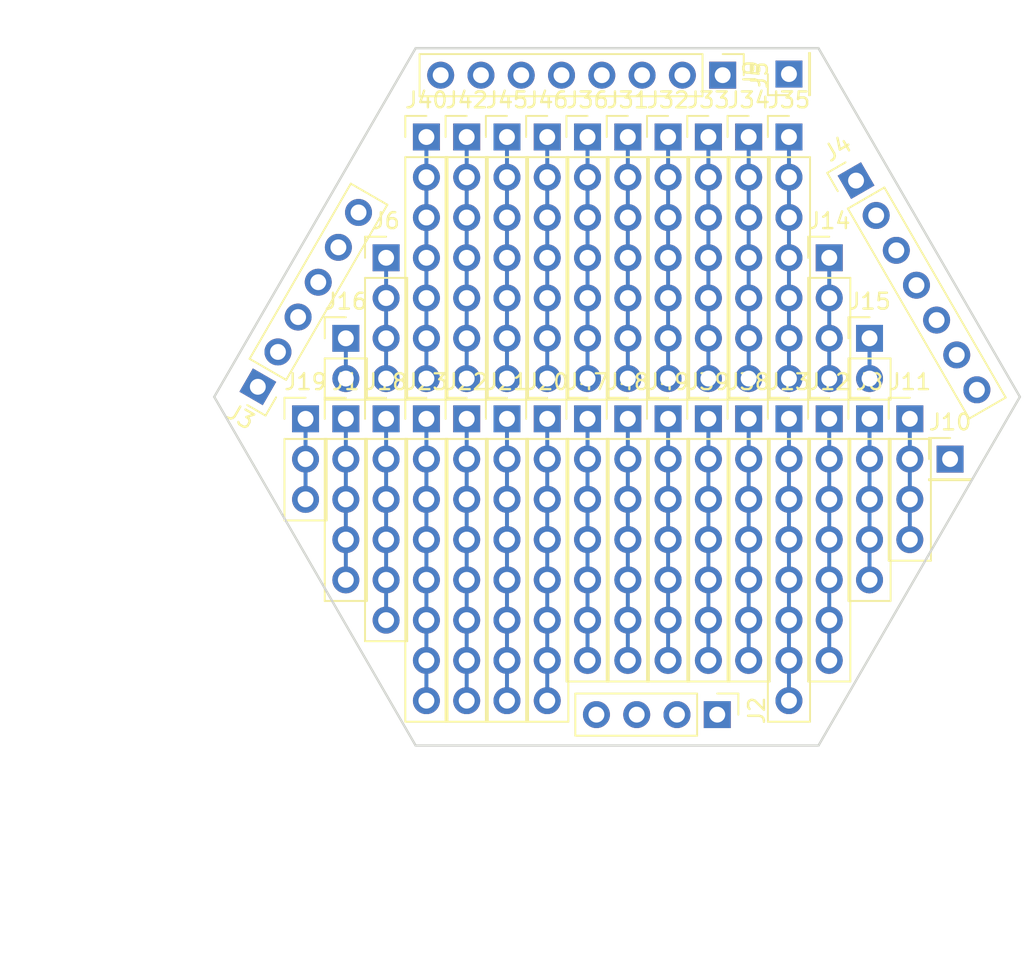
<source format=kicad_pcb>
(kicad_pcb (version 4) (host pcbnew 4.0.7-e2-6376~58~ubuntu14.04.1)

  (general
    (links 157)
    (no_connects 0)
    (area 150.699353 80.18238 215.56762 143.416)
    (thickness 1.6)
    (drawings 8)
    (tracks 157)
    (zones 0)
    (modules 36)
    (nets 31)
  )

  (page A4)
  (layers
    (0 F.Cu signal)
    (31 B.Cu signal)
    (32 B.Adhes user)
    (33 F.Adhes user)
    (34 B.Paste user)
    (35 F.Paste user)
    (36 B.SilkS user)
    (37 F.SilkS user)
    (38 B.Mask user)
    (39 F.Mask user)
    (40 Dwgs.User user)
    (41 Cmts.User user)
    (42 Eco1.User user)
    (43 Eco2.User user)
    (44 Edge.Cuts user)
    (45 Margin user)
    (46 B.CrtYd user)
    (47 F.CrtYd user)
    (48 B.Fab user)
    (49 F.Fab user)
  )

  (setup
    (last_trace_width 0.25)
    (trace_clearance 0.2)
    (zone_clearance 0.508)
    (zone_45_only no)
    (trace_min 0.2)
    (segment_width 0.2)
    (edge_width 0.15)
    (via_size 0.6)
    (via_drill 0.4)
    (via_min_size 0.4)
    (via_min_drill 0.3)
    (uvia_size 0.3)
    (uvia_drill 0.1)
    (uvias_allowed no)
    (uvia_min_size 0.2)
    (uvia_min_drill 0.1)
    (pcb_text_width 0.3)
    (pcb_text_size 1.5 1.5)
    (mod_edge_width 0.15)
    (mod_text_size 1 1)
    (mod_text_width 0.15)
    (pad_size 1.524 1.524)
    (pad_drill 0.762)
    (pad_to_mask_clearance 0.2)
    (aux_axis_origin 0 0)
    (visible_elements FFFFEF7F)
    (pcbplotparams
      (layerselection 0x3ffff_80000001)
      (usegerberextensions false)
      (excludeedgelayer true)
      (linewidth 0.100000)
      (plotframeref false)
      (viasonmask false)
      (mode 1)
      (useauxorigin false)
      (hpglpennumber 1)
      (hpglpenspeed 20)
      (hpglpendiameter 15)
      (hpglpenoverlay 2)
      (psnegative false)
      (psa4output false)
      (plotreference false)
      (plotvalue false)
      (plotinvisibletext false)
      (padsonsilk false)
      (subtractmaskfromsilk false)
      (outputformat 1)
      (mirror false)
      (drillshape 0)
      (scaleselection 1)
      (outputdirectory proto-hat/))
  )

  (net 0 "")
  (net 1 "Net-(J1-Pad1)")
  (net 2 "Net-(J12-Pad1)")
  (net 3 "Net-(J6-Pad1)")
  (net 4 "Net-(J11-Pad1)")
  (net 5 "Net-(J13-Pad1)")
  (net 6 "Net-(J14-Pad1)")
  (net 7 "Net-(J15-Pad1)")
  (net 8 "Net-(J16-Pad1)")
  (net 9 "Net-(J18-Pad1)")
  (net 10 "Net-(J19-Pad1)")
  (net 11 "Net-(J20-Pad1)")
  (net 12 "Net-(J21-Pad1)")
  (net 13 "Net-(J22-Pad1)")
  (net 14 "Net-(J23-Pad1)")
  (net 15 "Net-(J31-Pad1)")
  (net 16 "Net-(J32-Pad1)")
  (net 17 "Net-(J33-Pad1)")
  (net 18 "Net-(J34-Pad1)")
  (net 19 "Net-(J35-Pad1)")
  (net 20 "Net-(J36-Pad1)")
  (net 21 "Net-(J38-Pad1)")
  (net 22 "Net-(J39-Pad1)")
  (net 23 "Net-(J40-Pad1)")
  (net 24 "Net-(J42-Pad1)")
  (net 25 "Net-(J45-Pad1)")
  (net 26 "Net-(J46-Pad1)")
  (net 27 "Net-(J47-Pad1)")
  (net 28 "Net-(J48-Pad1)")
  (net 29 "Net-(J49-Pad1)")
  (net 30 "Net-(J8-Pad1)")

  (net_class Default "This is the default net class."
    (clearance 0.2)
    (trace_width 0.25)
    (via_dia 0.6)
    (via_drill 0.4)
    (uvia_dia 0.3)
    (uvia_drill 0.1)
    (add_net "Net-(J1-Pad1)")
    (add_net "Net-(J11-Pad1)")
    (add_net "Net-(J12-Pad1)")
    (add_net "Net-(J13-Pad1)")
    (add_net "Net-(J14-Pad1)")
    (add_net "Net-(J15-Pad1)")
    (add_net "Net-(J16-Pad1)")
    (add_net "Net-(J18-Pad1)")
    (add_net "Net-(J19-Pad1)")
    (add_net "Net-(J20-Pad1)")
    (add_net "Net-(J21-Pad1)")
    (add_net "Net-(J22-Pad1)")
    (add_net "Net-(J23-Pad1)")
    (add_net "Net-(J31-Pad1)")
    (add_net "Net-(J32-Pad1)")
    (add_net "Net-(J33-Pad1)")
    (add_net "Net-(J34-Pad1)")
    (add_net "Net-(J35-Pad1)")
    (add_net "Net-(J36-Pad1)")
    (add_net "Net-(J38-Pad1)")
    (add_net "Net-(J39-Pad1)")
    (add_net "Net-(J40-Pad1)")
    (add_net "Net-(J42-Pad1)")
    (add_net "Net-(J45-Pad1)")
    (add_net "Net-(J46-Pad1)")
    (add_net "Net-(J47-Pad1)")
    (add_net "Net-(J48-Pad1)")
    (add_net "Net-(J49-Pad1)")
    (add_net "Net-(J6-Pad1)")
    (add_net "Net-(J8-Pad1)")
  )

  (module Pin_Headers:Pin_Header_Straight_1x08_Pitch2.54mm (layer F.Cu) (tedit 59650532) (tstamp 5AB7C948)
    (at 196.48 85 270)
    (descr "Through hole straight pin header, 1x08, 2.54mm pitch, single row")
    (tags "Through hole pin header THT 1x08 2.54mm single row")
    (path /5AB7BD68)
    (fp_text reference J5 (at 0 -2.33 270) (layer F.SilkS)
      (effects (font (size 1 1) (thickness 0.15)))
    )
    (fp_text value "Port D" (at -0.81 20.14 270) (layer F.Fab)
      (effects (font (size 1 1) (thickness 0.15)))
    )
    (fp_line (start -0.635 -1.27) (end 1.27 -1.27) (layer F.Fab) (width 0.1))
    (fp_line (start 1.27 -1.27) (end 1.27 19.05) (layer F.Fab) (width 0.1))
    (fp_line (start 1.27 19.05) (end -1.27 19.05) (layer F.Fab) (width 0.1))
    (fp_line (start -1.27 19.05) (end -1.27 -0.635) (layer F.Fab) (width 0.1))
    (fp_line (start -1.27 -0.635) (end -0.635 -1.27) (layer F.Fab) (width 0.1))
    (fp_line (start -1.33 19.11) (end 1.33 19.11) (layer F.SilkS) (width 0.12))
    (fp_line (start -1.33 1.27) (end -1.33 19.11) (layer F.SilkS) (width 0.12))
    (fp_line (start 1.33 1.27) (end 1.33 19.11) (layer F.SilkS) (width 0.12))
    (fp_line (start -1.33 1.27) (end 1.33 1.27) (layer F.SilkS) (width 0.12))
    (fp_line (start -1.33 0) (end -1.33 -1.33) (layer F.SilkS) (width 0.12))
    (fp_line (start -1.33 -1.33) (end 0 -1.33) (layer F.SilkS) (width 0.12))
    (fp_line (start -1.8 -1.8) (end -1.8 19.55) (layer F.CrtYd) (width 0.05))
    (fp_line (start -1.8 19.55) (end 1.8 19.55) (layer F.CrtYd) (width 0.05))
    (fp_line (start 1.8 19.55) (end 1.8 -1.8) (layer F.CrtYd) (width 0.05))
    (fp_line (start 1.8 -1.8) (end -1.8 -1.8) (layer F.CrtYd) (width 0.05))
    (fp_text user %R (at 0 8.89 360) (layer F.Fab)
      (effects (font (size 1 1) (thickness 0.15)))
    )
    (pad 1 thru_hole rect (at 0 0 270) (size 1.7 1.7) (drill 1) (layers *.Cu *.Mask))
    (pad 2 thru_hole oval (at 0 2.54 270) (size 1.7 1.7) (drill 1) (layers *.Cu *.Mask))
    (pad 3 thru_hole oval (at 0 5.08 270) (size 1.7 1.7) (drill 1) (layers *.Cu *.Mask))
    (pad 4 thru_hole oval (at 0 7.62 270) (size 1.7 1.7) (drill 1) (layers *.Cu *.Mask))
    (pad 5 thru_hole oval (at 0 10.16 270) (size 1.7 1.7) (drill 1) (layers *.Cu *.Mask))
    (pad 6 thru_hole oval (at 0 12.7 270) (size 1.7 1.7) (drill 1) (layers *.Cu *.Mask))
    (pad 7 thru_hole oval (at 0 15.24 270) (size 1.7 1.7) (drill 1) (layers *.Cu *.Mask))
    (pad 8 thru_hole oval (at 0 17.78 270) (size 1.7 1.7) (drill 1) (layers *.Cu *.Mask))
    (model ${KISYS3DMOD}/Pin_Headers.3dshapes/Pin_Header_Straight_1x08_Pitch2.54mm.wrl
      (at (xyz 0 0 0))
      (scale (xyz 1 1 1))
      (rotate (xyz 0 0 0))
    )
  )

  (module Pin_Headers:Pin_Header_Straight_1x04_Pitch2.54mm (layer F.Cu) (tedit 59650532) (tstamp 5AB7C927)
    (at 196.14 125.34 270)
    (descr "Through hole straight pin header, 1x04, 2.54mm pitch, single row")
    (tags "Through hole pin header THT 1x04 2.54mm single row")
    (path /5AB7BCE5)
    (fp_text reference J2 (at -0.263118 -2.487734 270) (layer F.SilkS)
      (effects (font (size 1 1) (thickness 0.15)))
    )
    (fp_text value Power/i2c (at -2.28 3.74 360) (layer F.Fab)
      (effects (font (size 1 1) (thickness 0.15)))
    )
    (fp_line (start -0.635 -1.27) (end 1.27 -1.27) (layer F.Fab) (width 0.1))
    (fp_line (start 1.27 -1.27) (end 1.27 8.89) (layer F.Fab) (width 0.1))
    (fp_line (start 1.27 8.89) (end -1.27 8.89) (layer F.Fab) (width 0.1))
    (fp_line (start -1.27 8.89) (end -1.27 -0.635) (layer F.Fab) (width 0.1))
    (fp_line (start -1.27 -0.635) (end -0.635 -1.27) (layer F.Fab) (width 0.1))
    (fp_line (start -1.33 8.95) (end 1.33 8.95) (layer F.SilkS) (width 0.12))
    (fp_line (start -1.33 1.27) (end -1.33 8.95) (layer F.SilkS) (width 0.12))
    (fp_line (start 1.33 1.27) (end 1.33 8.95) (layer F.SilkS) (width 0.12))
    (fp_line (start -1.33 1.27) (end 1.33 1.27) (layer F.SilkS) (width 0.12))
    (fp_line (start -1.33 0) (end -1.33 -1.33) (layer F.SilkS) (width 0.12))
    (fp_line (start -1.33 -1.33) (end 0 -1.33) (layer F.SilkS) (width 0.12))
    (fp_line (start -1.8 -1.8) (end -1.8 9.4) (layer F.CrtYd) (width 0.05))
    (fp_line (start -1.8 9.4) (end 1.8 9.4) (layer F.CrtYd) (width 0.05))
    (fp_line (start 1.8 9.4) (end 1.8 -1.8) (layer F.CrtYd) (width 0.05))
    (fp_line (start 1.8 -1.8) (end -1.8 -1.8) (layer F.CrtYd) (width 0.05))
    (fp_text user %R (at 0 3.81 360) (layer F.Fab)
      (effects (font (size 1 1) (thickness 0.15)))
    )
    (pad 1 thru_hole rect (at 0 0 270) (size 1.7 1.7) (drill 1) (layers *.Cu *.Mask))
    (pad 2 thru_hole oval (at 0 2.54 270) (size 1.7 1.7) (drill 1) (layers *.Cu *.Mask))
    (pad 3 thru_hole oval (at 0 5.08 270) (size 1.7 1.7) (drill 1) (layers *.Cu *.Mask))
    (pad 4 thru_hole oval (at 0 7.62 270) (size 1.7 1.7) (drill 1) (layers *.Cu *.Mask))
    (model ${KISYS3DMOD}/Pin_Headers.3dshapes/Pin_Header_Straight_1x04_Pitch2.54mm.wrl
      (at (xyz 0 0 0))
      (scale (xyz 1 1 1))
      (rotate (xyz 0 0 0))
    )
  )

  (module Pin_Headers:Pin_Header_Straight_1x06_Pitch2.54mm (layer F.Cu) (tedit 59650532) (tstamp 5AB7C931)
    (at 167.17 104.658818 150)
    (descr "Through hole straight pin header, 1x06, 2.54mm pitch, single row")
    (tags "Through hole pin header THT 1x06 2.54mm single row")
    (path /5AB7CA31)
    (fp_text reference J3 (at 0 -2.176 150) (layer F.SilkS)
      (effects (font (size 1 1) (thickness 0.15)))
    )
    (fp_text value "Port B" (at -2.633552 -1.321446 240) (layer F.Fab)
      (effects (font (size 1 1) (thickness 0.15)))
    )
    (fp_line (start -0.635 -1.27) (end 1.27 -1.27) (layer F.Fab) (width 0.1))
    (fp_line (start 1.27 -1.27) (end 1.27 13.97) (layer F.Fab) (width 0.1))
    (fp_line (start 1.27 13.97) (end -1.27 13.97) (layer F.Fab) (width 0.1))
    (fp_line (start -1.27 13.97) (end -1.27 -0.635) (layer F.Fab) (width 0.1))
    (fp_line (start -1.27 -0.635) (end -0.635 -1.27) (layer F.Fab) (width 0.1))
    (fp_line (start -1.33 14.03) (end 1.33 14.03) (layer F.SilkS) (width 0.12))
    (fp_line (start -1.33 1.27) (end -1.33 14.03) (layer F.SilkS) (width 0.12))
    (fp_line (start 1.33 1.27) (end 1.33 14.03) (layer F.SilkS) (width 0.12))
    (fp_line (start -1.33 1.27) (end 1.33 1.27) (layer F.SilkS) (width 0.12))
    (fp_line (start -1.33 0) (end -1.33 -1.33) (layer F.SilkS) (width 0.12))
    (fp_line (start -1.33 -1.33) (end 0 -1.33) (layer F.SilkS) (width 0.12))
    (fp_line (start -1.8 -1.8) (end -1.8 14.5) (layer F.CrtYd) (width 0.05))
    (fp_line (start -1.8 14.5) (end 1.8 14.5) (layer F.CrtYd) (width 0.05))
    (fp_line (start 1.8 14.5) (end 1.8 -1.8) (layer F.CrtYd) (width 0.05))
    (fp_line (start 1.8 -1.8) (end -1.8 -1.8) (layer F.CrtYd) (width 0.05))
    (fp_text user %R (at 0 6.35 240) (layer F.Fab)
      (effects (font (size 1 1) (thickness 0.15)))
    )
    (pad 1 thru_hole rect (at 0 0 150) (size 1.7 1.7) (drill 1) (layers *.Cu *.Mask))
    (pad 2 thru_hole oval (at 0 2.54 150) (size 1.7 1.7) (drill 1) (layers *.Cu *.Mask))
    (pad 3 thru_hole oval (at 0 5.08 150) (size 1.7 1.7) (drill 1) (layers *.Cu *.Mask))
    (pad 4 thru_hole oval (at 0 7.62 150) (size 1.7 1.7) (drill 1) (layers *.Cu *.Mask))
    (pad 5 thru_hole oval (at 0 10.16 150) (size 1.7 1.7) (drill 1) (layers *.Cu *.Mask))
    (pad 6 thru_hole oval (at 0 12.7 150) (size 1.7 1.7) (drill 1) (layers *.Cu *.Mask))
    (model ${KISYS3DMOD}/Pin_Headers.3dshapes/Pin_Header_Straight_1x06_Pitch2.54mm.wrl
      (at (xyz 0 0 0))
      (scale (xyz 1 1 1))
      (rotate (xyz 0 0 0))
    )
  )

  (module Pin_Headers:Pin_Header_Straight_1x07_Pitch2.54mm (layer F.Cu) (tedit 59650532) (tstamp 5AB7C93C)
    (at 204.89 91.650295 30)
    (descr "Through hole straight pin header, 1x07, 2.54mm pitch, single row")
    (tags "Through hole pin header THT 1x07 2.54mm single row")
    (path /5AB7C2DC)
    (fp_text reference J4 (at 0 -2.33 30) (layer F.SilkS)
      (effects (font (size 1 1) (thickness 0.15)))
    )
    (fp_text value "Port C" (at -2.281976 14.732498 120) (layer F.Fab)
      (effects (font (size 1 1) (thickness 0.15)))
    )
    (fp_line (start -0.635 -1.27) (end 1.27 -1.27) (layer F.Fab) (width 0.1))
    (fp_line (start 1.27 -1.27) (end 1.27 16.51) (layer F.Fab) (width 0.1))
    (fp_line (start 1.27 16.51) (end -1.27 16.51) (layer F.Fab) (width 0.1))
    (fp_line (start -1.27 16.51) (end -1.27 -0.635) (layer F.Fab) (width 0.1))
    (fp_line (start -1.27 -0.635) (end -0.635 -1.27) (layer F.Fab) (width 0.1))
    (fp_line (start -1.33 16.57) (end 1.33 16.57) (layer F.SilkS) (width 0.12))
    (fp_line (start -1.33 1.27) (end -1.33 16.57) (layer F.SilkS) (width 0.12))
    (fp_line (start 1.33 1.27) (end 1.33 16.57) (layer F.SilkS) (width 0.12))
    (fp_line (start -1.33 1.27) (end 1.33 1.27) (layer F.SilkS) (width 0.12))
    (fp_line (start -1.33 0) (end -1.33 -1.33) (layer F.SilkS) (width 0.12))
    (fp_line (start -1.33 -1.33) (end 0 -1.33) (layer F.SilkS) (width 0.12))
    (fp_line (start -1.8 -1.8) (end -1.8 17.05) (layer F.CrtYd) (width 0.05))
    (fp_line (start -1.8 17.05) (end 1.8 17.05) (layer F.CrtYd) (width 0.05))
    (fp_line (start 1.8 17.05) (end 1.8 -1.8) (layer F.CrtYd) (width 0.05))
    (fp_line (start 1.8 -1.8) (end -1.8 -1.8) (layer F.CrtYd) (width 0.05))
    (fp_text user %R (at 0 7.62 120) (layer F.Fab)
      (effects (font (size 1 1) (thickness 0.15)))
    )
    (pad 1 thru_hole rect (at 0 0 30) (size 1.7 1.7) (drill 1) (layers *.Cu *.Mask))
    (pad 2 thru_hole oval (at 0 2.54 30) (size 1.7 1.7) (drill 1) (layers *.Cu *.Mask))
    (pad 3 thru_hole oval (at 0 5.08 30) (size 1.7 1.7) (drill 1) (layers *.Cu *.Mask))
    (pad 4 thru_hole oval (at 0 7.62 30) (size 1.7 1.7) (drill 1) (layers *.Cu *.Mask))
    (pad 5 thru_hole oval (at 0 10.16 30) (size 1.7 1.7) (drill 1) (layers *.Cu *.Mask))
    (pad 6 thru_hole oval (at 0 12.7 30) (size 1.7 1.7) (drill 1) (layers *.Cu *.Mask))
    (pad 7 thru_hole oval (at 0 15.24 30) (size 1.7 1.7) (drill 1) (layers *.Cu *.Mask))
    (model ${KISYS3DMOD}/Pin_Headers.3dshapes/Pin_Header_Straight_1x07_Pitch2.54mm.wrl
      (at (xyz 0 0 0))
      (scale (xyz 1 1 1))
      (rotate (xyz 0 0 0))
    )
  )

  (module Pin_Headers:Pin_Header_Straight_1x01_Pitch2.54mm (layer F.Cu) (tedit 5ACA29EF) (tstamp 5AC9FAE6)
    (at 210.82 109.22)
    (descr "Through hole straight pin header, 1x01, 2.54mm pitch, single row")
    (tags "Through hole pin header THT 1x01 2.54mm single row")
    (path /5ACA1EC1)
    (fp_text reference J10 (at 0 -2.33) (layer F.SilkS)
      (effects (font (size 1 1) (thickness 0.15)))
    )
    (fp_text value Conn_01x01 (at 0 2.33) (layer F.Fab)
      (effects (font (size 1 1) (thickness 0.15)))
    )
    (fp_line (start -0.635 -1.27) (end 1.27 -1.27) (layer F.Fab) (width 0.1))
    (fp_line (start 1.27 -1.27) (end 1.27 1.27) (layer F.Fab) (width 0.1))
    (fp_line (start 1.27 1.27) (end -1.27 1.27) (layer F.Fab) (width 0.1))
    (fp_line (start -1.27 1.27) (end -1.27 -0.635) (layer F.Fab) (width 0.1))
    (fp_line (start -1.27 -0.635) (end -0.635 -1.27) (layer F.Fab) (width 0.1))
    (fp_line (start -1.33 1.33) (end 1.33 1.33) (layer F.SilkS) (width 0.12))
    (fp_line (start -1.33 1.27) (end -1.33 1.33) (layer F.SilkS) (width 0.12))
    (fp_line (start 1.33 1.27) (end 1.33 1.33) (layer F.SilkS) (width 0.12))
    (fp_line (start -1.33 1.27) (end 1.33 1.27) (layer F.SilkS) (width 0.12))
    (fp_line (start -1.33 0) (end -1.33 -1.33) (layer F.SilkS) (width 0.12))
    (fp_line (start -1.33 -1.33) (end 0 -1.33) (layer F.SilkS) (width 0.12))
    (fp_line (start -1.8 -1.8) (end -1.8 1.8) (layer F.CrtYd) (width 0.05))
    (fp_line (start -1.8 1.8) (end 1.8 1.8) (layer F.CrtYd) (width 0.05))
    (fp_line (start 1.8 1.8) (end 1.8 -1.8) (layer F.CrtYd) (width 0.05))
    (fp_line (start 1.8 -1.8) (end -1.8 -1.8) (layer F.CrtYd) (width 0.05))
    (fp_text user %R (at 0 0 90) (layer F.Fab)
      (effects (font (size 1 1) (thickness 0.15)))
    )
    (pad 1 thru_hole rect (at 0 0) (size 1.7 1.7) (drill 1) (layers *.Cu *.Mask))
    (model ${KISYS3DMOD}/Pin_Headers.3dshapes/Pin_Header_Straight_1x01_Pitch2.54mm.wrl
      (at (xyz 0 0 0))
      (scale (xyz 1 1 1))
      (rotate (xyz 0 0 0))
    )
  )

  (module Pin_Headers:Pin_Header_Straight_1x01_Pitch2.54mm (layer F.Cu) (tedit 5ACA2A09) (tstamp 5AC9FBAB)
    (at 200.66 84.93 90)
    (descr "Through hole straight pin header, 1x01, 2.54mm pitch, single row")
    (tags "Through hole pin header THT 1x01 2.54mm single row")
    (path /5ACA1E49)
    (fp_text reference J9 (at 0 -2.33 90) (layer F.SilkS)
      (effects (font (size 1 1) (thickness 0.15)))
    )
    (fp_text value Conn_01x01 (at 0 2.33 90) (layer F.Fab)
      (effects (font (size 1 1) (thickness 0.15)))
    )
    (fp_line (start -0.635 -1.27) (end 1.27 -1.27) (layer F.Fab) (width 0.1))
    (fp_line (start 1.27 -1.27) (end 1.27 1.27) (layer F.Fab) (width 0.1))
    (fp_line (start 1.27 1.27) (end -1.27 1.27) (layer F.Fab) (width 0.1))
    (fp_line (start -1.27 1.27) (end -1.27 -0.635) (layer F.Fab) (width 0.1))
    (fp_line (start -1.27 -0.635) (end -0.635 -1.27) (layer F.Fab) (width 0.1))
    (fp_line (start -1.33 1.33) (end 1.33 1.33) (layer F.SilkS) (width 0.12))
    (fp_line (start -1.33 1.27) (end -1.33 1.33) (layer F.SilkS) (width 0.12))
    (fp_line (start 1.33 1.27) (end 1.33 1.33) (layer F.SilkS) (width 0.12))
    (fp_line (start -1.33 1.27) (end 1.33 1.27) (layer F.SilkS) (width 0.12))
    (fp_line (start -1.33 0) (end -1.33 -1.33) (layer F.SilkS) (width 0.12))
    (fp_line (start -1.33 -1.33) (end 0 -1.33) (layer F.SilkS) (width 0.12))
    (fp_line (start -1.8 -1.8) (end -1.8 1.8) (layer F.CrtYd) (width 0.05))
    (fp_line (start -1.8 1.8) (end 1.8 1.8) (layer F.CrtYd) (width 0.05))
    (fp_line (start 1.8 1.8) (end 1.8 -1.8) (layer F.CrtYd) (width 0.05))
    (fp_line (start 1.8 -1.8) (end -1.8 -1.8) (layer F.CrtYd) (width 0.05))
    (fp_text user %R (at 0 0 180) (layer F.Fab)
      (effects (font (size 1 1) (thickness 0.15)))
    )
    (pad 1 thru_hole rect (at 0 0 90) (size 1.7 1.7) (drill 1) (layers *.Cu *.Mask))
    (model ${KISYS3DMOD}/Pin_Headers.3dshapes/Pin_Header_Straight_1x01_Pitch2.54mm.wrl
      (at (xyz 0 0 0))
      (scale (xyz 1 1 1))
      (rotate (xyz 0 0 0))
    )
  )

  (module Pin_Headers:Pin_Header_Straight_1x04_Pitch2.54mm (layer F.Cu) (tedit 59650532) (tstamp 5ACA1F61)
    (at 175.26 96.52)
    (descr "Through hole straight pin header, 1x04, 2.54mm pitch, single row")
    (tags "Through hole pin header THT 1x04 2.54mm single row")
    (path /5ACA2F89)
    (fp_text reference J6 (at 0 -2.33) (layer F.SilkS)
      (effects (font (size 1 1) (thickness 0.15)))
    )
    (fp_text value Conn_01x04 (at 0 9.95) (layer F.Fab)
      (effects (font (size 1 1) (thickness 0.15)))
    )
    (fp_line (start -0.635 -1.27) (end 1.27 -1.27) (layer F.Fab) (width 0.1))
    (fp_line (start 1.27 -1.27) (end 1.27 8.89) (layer F.Fab) (width 0.1))
    (fp_line (start 1.27 8.89) (end -1.27 8.89) (layer F.Fab) (width 0.1))
    (fp_line (start -1.27 8.89) (end -1.27 -0.635) (layer F.Fab) (width 0.1))
    (fp_line (start -1.27 -0.635) (end -0.635 -1.27) (layer F.Fab) (width 0.1))
    (fp_line (start -1.33 8.95) (end 1.33 8.95) (layer F.SilkS) (width 0.12))
    (fp_line (start -1.33 1.27) (end -1.33 8.95) (layer F.SilkS) (width 0.12))
    (fp_line (start 1.33 1.27) (end 1.33 8.95) (layer F.SilkS) (width 0.12))
    (fp_line (start -1.33 1.27) (end 1.33 1.27) (layer F.SilkS) (width 0.12))
    (fp_line (start -1.33 0) (end -1.33 -1.33) (layer F.SilkS) (width 0.12))
    (fp_line (start -1.33 -1.33) (end 0 -1.33) (layer F.SilkS) (width 0.12))
    (fp_line (start -1.8 -1.8) (end -1.8 9.4) (layer F.CrtYd) (width 0.05))
    (fp_line (start -1.8 9.4) (end 1.8 9.4) (layer F.CrtYd) (width 0.05))
    (fp_line (start 1.8 9.4) (end 1.8 -1.8) (layer F.CrtYd) (width 0.05))
    (fp_line (start 1.8 -1.8) (end -1.8 -1.8) (layer F.CrtYd) (width 0.05))
    (fp_text user %R (at 0 3.81 90) (layer F.Fab)
      (effects (font (size 1 1) (thickness 0.15)))
    )
    (pad 1 thru_hole rect (at 0 0) (size 1.7 1.7) (drill 1) (layers *.Cu *.Mask)
      (net 3 "Net-(J6-Pad1)"))
    (pad 2 thru_hole oval (at 0 2.54) (size 1.7 1.7) (drill 1) (layers *.Cu *.Mask)
      (net 3 "Net-(J6-Pad1)"))
    (pad 3 thru_hole oval (at 0 5.08) (size 1.7 1.7) (drill 1) (layers *.Cu *.Mask)
      (net 3 "Net-(J6-Pad1)"))
    (pad 4 thru_hole oval (at 0 7.62) (size 1.7 1.7) (drill 1) (layers *.Cu *.Mask)
      (net 3 "Net-(J6-Pad1)"))
    (model ${KISYS3DMOD}/Pin_Headers.3dshapes/Pin_Header_Straight_1x04_Pitch2.54mm.wrl
      (at (xyz 0 0 0))
      (scale (xyz 1 1 1))
      (rotate (xyz 0 0 0))
    )
  )

  (module Pin_Headers:Pin_Header_Straight_1x04_Pitch2.54mm (layer F.Cu) (tedit 59650532) (tstamp 5ACA1F68)
    (at 208.28 106.68)
    (descr "Through hole straight pin header, 1x04, 2.54mm pitch, single row")
    (tags "Through hole pin header THT 1x04 2.54mm single row")
    (path /5ACA4683)
    (fp_text reference J11 (at 0 -2.33) (layer F.SilkS)
      (effects (font (size 1 1) (thickness 0.15)))
    )
    (fp_text value Conn_01x04 (at 0 9.95) (layer F.Fab)
      (effects (font (size 1 1) (thickness 0.15)))
    )
    (fp_line (start -0.635 -1.27) (end 1.27 -1.27) (layer F.Fab) (width 0.1))
    (fp_line (start 1.27 -1.27) (end 1.27 8.89) (layer F.Fab) (width 0.1))
    (fp_line (start 1.27 8.89) (end -1.27 8.89) (layer F.Fab) (width 0.1))
    (fp_line (start -1.27 8.89) (end -1.27 -0.635) (layer F.Fab) (width 0.1))
    (fp_line (start -1.27 -0.635) (end -0.635 -1.27) (layer F.Fab) (width 0.1))
    (fp_line (start -1.33 8.95) (end 1.33 8.95) (layer F.SilkS) (width 0.12))
    (fp_line (start -1.33 1.27) (end -1.33 8.95) (layer F.SilkS) (width 0.12))
    (fp_line (start 1.33 1.27) (end 1.33 8.95) (layer F.SilkS) (width 0.12))
    (fp_line (start -1.33 1.27) (end 1.33 1.27) (layer F.SilkS) (width 0.12))
    (fp_line (start -1.33 0) (end -1.33 -1.33) (layer F.SilkS) (width 0.12))
    (fp_line (start -1.33 -1.33) (end 0 -1.33) (layer F.SilkS) (width 0.12))
    (fp_line (start -1.8 -1.8) (end -1.8 9.4) (layer F.CrtYd) (width 0.05))
    (fp_line (start -1.8 9.4) (end 1.8 9.4) (layer F.CrtYd) (width 0.05))
    (fp_line (start 1.8 9.4) (end 1.8 -1.8) (layer F.CrtYd) (width 0.05))
    (fp_line (start 1.8 -1.8) (end -1.8 -1.8) (layer F.CrtYd) (width 0.05))
    (fp_text user %R (at 0 3.81 90) (layer F.Fab)
      (effects (font (size 1 1) (thickness 0.15)))
    )
    (pad 1 thru_hole rect (at 0 0) (size 1.7 1.7) (drill 1) (layers *.Cu *.Mask)
      (net 4 "Net-(J11-Pad1)"))
    (pad 2 thru_hole oval (at 0 2.54) (size 1.7 1.7) (drill 1) (layers *.Cu *.Mask)
      (net 4 "Net-(J11-Pad1)"))
    (pad 3 thru_hole oval (at 0 5.08) (size 1.7 1.7) (drill 1) (layers *.Cu *.Mask)
      (net 4 "Net-(J11-Pad1)"))
    (pad 4 thru_hole oval (at 0 7.62) (size 1.7 1.7) (drill 1) (layers *.Cu *.Mask)
      (net 4 "Net-(J11-Pad1)"))
    (model ${KISYS3DMOD}/Pin_Headers.3dshapes/Pin_Header_Straight_1x04_Pitch2.54mm.wrl
      (at (xyz 0 0 0))
      (scale (xyz 1 1 1))
      (rotate (xyz 0 0 0))
    )
  )

  (module Pin_Headers:Pin_Header_Straight_1x07_Pitch2.54mm (layer F.Cu) (tedit 59650532) (tstamp 5ACA4197)
    (at 190.5 88.9)
    (descr "Through hole straight pin header, 1x07, 2.54mm pitch, single row")
    (tags "Through hole pin header THT 1x07 2.54mm single row")
    (path /5ACA9F67)
    (fp_text reference J31 (at 0 -2.33) (layer F.SilkS)
      (effects (font (size 1 1) (thickness 0.15)))
    )
    (fp_text value Conn_01x07 (at 0 17.57) (layer F.Fab)
      (effects (font (size 1 1) (thickness 0.15)))
    )
    (fp_line (start -0.635 -1.27) (end 1.27 -1.27) (layer F.Fab) (width 0.1))
    (fp_line (start 1.27 -1.27) (end 1.27 16.51) (layer F.Fab) (width 0.1))
    (fp_line (start 1.27 16.51) (end -1.27 16.51) (layer F.Fab) (width 0.1))
    (fp_line (start -1.27 16.51) (end -1.27 -0.635) (layer F.Fab) (width 0.1))
    (fp_line (start -1.27 -0.635) (end -0.635 -1.27) (layer F.Fab) (width 0.1))
    (fp_line (start -1.33 16.57) (end 1.33 16.57) (layer F.SilkS) (width 0.12))
    (fp_line (start -1.33 1.27) (end -1.33 16.57) (layer F.SilkS) (width 0.12))
    (fp_line (start 1.33 1.27) (end 1.33 16.57) (layer F.SilkS) (width 0.12))
    (fp_line (start -1.33 1.27) (end 1.33 1.27) (layer F.SilkS) (width 0.12))
    (fp_line (start -1.33 0) (end -1.33 -1.33) (layer F.SilkS) (width 0.12))
    (fp_line (start -1.33 -1.33) (end 0 -1.33) (layer F.SilkS) (width 0.12))
    (fp_line (start -1.8 -1.8) (end -1.8 17.05) (layer F.CrtYd) (width 0.05))
    (fp_line (start -1.8 17.05) (end 1.8 17.05) (layer F.CrtYd) (width 0.05))
    (fp_line (start 1.8 17.05) (end 1.8 -1.8) (layer F.CrtYd) (width 0.05))
    (fp_line (start 1.8 -1.8) (end -1.8 -1.8) (layer F.CrtYd) (width 0.05))
    (fp_text user %R (at 0 7.62 90) (layer F.Fab)
      (effects (font (size 1 1) (thickness 0.15)))
    )
    (pad 1 thru_hole rect (at 0 0) (size 1.7 1.7) (drill 1) (layers *.Cu *.Mask)
      (net 15 "Net-(J31-Pad1)"))
    (pad 2 thru_hole oval (at 0 2.54) (size 1.7 1.7) (drill 1) (layers *.Cu *.Mask)
      (net 15 "Net-(J31-Pad1)"))
    (pad 3 thru_hole oval (at 0 5.08) (size 1.7 1.7) (drill 1) (layers *.Cu *.Mask)
      (net 15 "Net-(J31-Pad1)"))
    (pad 4 thru_hole oval (at 0 7.62) (size 1.7 1.7) (drill 1) (layers *.Cu *.Mask)
      (net 15 "Net-(J31-Pad1)"))
    (pad 5 thru_hole oval (at 0 10.16) (size 1.7 1.7) (drill 1) (layers *.Cu *.Mask)
      (net 15 "Net-(J31-Pad1)"))
    (pad 6 thru_hole oval (at 0 12.7) (size 1.7 1.7) (drill 1) (layers *.Cu *.Mask)
      (net 15 "Net-(J31-Pad1)"))
    (pad 7 thru_hole oval (at 0 15.24) (size 1.7 1.7) (drill 1) (layers *.Cu *.Mask)
      (net 15 "Net-(J31-Pad1)"))
    (model ${KISYS3DMOD}/Pin_Headers.3dshapes/Pin_Header_Straight_1x07_Pitch2.54mm.wrl
      (at (xyz 0 0 0))
      (scale (xyz 1 1 1))
      (rotate (xyz 0 0 0))
    )
  )

  (module Pin_Headers:Pin_Header_Straight_1x07_Pitch2.54mm (layer F.Cu) (tedit 59650532) (tstamp 5ACA41A1)
    (at 193.04 88.9)
    (descr "Through hole straight pin header, 1x07, 2.54mm pitch, single row")
    (tags "Through hole pin header THT 1x07 2.54mm single row")
    (path /5ACA8E12)
    (fp_text reference J32 (at 0 -2.33) (layer F.SilkS)
      (effects (font (size 1 1) (thickness 0.15)))
    )
    (fp_text value Conn_01x07 (at 0 17.57) (layer F.Fab)
      (effects (font (size 1 1) (thickness 0.15)))
    )
    (fp_line (start -0.635 -1.27) (end 1.27 -1.27) (layer F.Fab) (width 0.1))
    (fp_line (start 1.27 -1.27) (end 1.27 16.51) (layer F.Fab) (width 0.1))
    (fp_line (start 1.27 16.51) (end -1.27 16.51) (layer F.Fab) (width 0.1))
    (fp_line (start -1.27 16.51) (end -1.27 -0.635) (layer F.Fab) (width 0.1))
    (fp_line (start -1.27 -0.635) (end -0.635 -1.27) (layer F.Fab) (width 0.1))
    (fp_line (start -1.33 16.57) (end 1.33 16.57) (layer F.SilkS) (width 0.12))
    (fp_line (start -1.33 1.27) (end -1.33 16.57) (layer F.SilkS) (width 0.12))
    (fp_line (start 1.33 1.27) (end 1.33 16.57) (layer F.SilkS) (width 0.12))
    (fp_line (start -1.33 1.27) (end 1.33 1.27) (layer F.SilkS) (width 0.12))
    (fp_line (start -1.33 0) (end -1.33 -1.33) (layer F.SilkS) (width 0.12))
    (fp_line (start -1.33 -1.33) (end 0 -1.33) (layer F.SilkS) (width 0.12))
    (fp_line (start -1.8 -1.8) (end -1.8 17.05) (layer F.CrtYd) (width 0.05))
    (fp_line (start -1.8 17.05) (end 1.8 17.05) (layer F.CrtYd) (width 0.05))
    (fp_line (start 1.8 17.05) (end 1.8 -1.8) (layer F.CrtYd) (width 0.05))
    (fp_line (start 1.8 -1.8) (end -1.8 -1.8) (layer F.CrtYd) (width 0.05))
    (fp_text user %R (at 0 7.62 90) (layer F.Fab)
      (effects (font (size 1 1) (thickness 0.15)))
    )
    (pad 1 thru_hole rect (at 0 0) (size 1.7 1.7) (drill 1) (layers *.Cu *.Mask)
      (net 16 "Net-(J32-Pad1)"))
    (pad 2 thru_hole oval (at 0 2.54) (size 1.7 1.7) (drill 1) (layers *.Cu *.Mask)
      (net 16 "Net-(J32-Pad1)"))
    (pad 3 thru_hole oval (at 0 5.08) (size 1.7 1.7) (drill 1) (layers *.Cu *.Mask)
      (net 16 "Net-(J32-Pad1)"))
    (pad 4 thru_hole oval (at 0 7.62) (size 1.7 1.7) (drill 1) (layers *.Cu *.Mask)
      (net 16 "Net-(J32-Pad1)"))
    (pad 5 thru_hole oval (at 0 10.16) (size 1.7 1.7) (drill 1) (layers *.Cu *.Mask)
      (net 16 "Net-(J32-Pad1)"))
    (pad 6 thru_hole oval (at 0 12.7) (size 1.7 1.7) (drill 1) (layers *.Cu *.Mask)
      (net 16 "Net-(J32-Pad1)"))
    (pad 7 thru_hole oval (at 0 15.24) (size 1.7 1.7) (drill 1) (layers *.Cu *.Mask)
      (net 16 "Net-(J32-Pad1)"))
    (model ${KISYS3DMOD}/Pin_Headers.3dshapes/Pin_Header_Straight_1x07_Pitch2.54mm.wrl
      (at (xyz 0 0 0))
      (scale (xyz 1 1 1))
      (rotate (xyz 0 0 0))
    )
  )

  (module Pin_Headers:Pin_Header_Straight_1x07_Pitch2.54mm (layer F.Cu) (tedit 59650532) (tstamp 5ACA41AB)
    (at 195.58 88.9)
    (descr "Through hole straight pin header, 1x07, 2.54mm pitch, single row")
    (tags "Through hole pin header THT 1x07 2.54mm single row")
    (path /5ACA9F73)
    (fp_text reference J33 (at 0 -2.33) (layer F.SilkS)
      (effects (font (size 1 1) (thickness 0.15)))
    )
    (fp_text value Conn_01x07 (at 0 17.57) (layer F.Fab)
      (effects (font (size 1 1) (thickness 0.15)))
    )
    (fp_line (start -0.635 -1.27) (end 1.27 -1.27) (layer F.Fab) (width 0.1))
    (fp_line (start 1.27 -1.27) (end 1.27 16.51) (layer F.Fab) (width 0.1))
    (fp_line (start 1.27 16.51) (end -1.27 16.51) (layer F.Fab) (width 0.1))
    (fp_line (start -1.27 16.51) (end -1.27 -0.635) (layer F.Fab) (width 0.1))
    (fp_line (start -1.27 -0.635) (end -0.635 -1.27) (layer F.Fab) (width 0.1))
    (fp_line (start -1.33 16.57) (end 1.33 16.57) (layer F.SilkS) (width 0.12))
    (fp_line (start -1.33 1.27) (end -1.33 16.57) (layer F.SilkS) (width 0.12))
    (fp_line (start 1.33 1.27) (end 1.33 16.57) (layer F.SilkS) (width 0.12))
    (fp_line (start -1.33 1.27) (end 1.33 1.27) (layer F.SilkS) (width 0.12))
    (fp_line (start -1.33 0) (end -1.33 -1.33) (layer F.SilkS) (width 0.12))
    (fp_line (start -1.33 -1.33) (end 0 -1.33) (layer F.SilkS) (width 0.12))
    (fp_line (start -1.8 -1.8) (end -1.8 17.05) (layer F.CrtYd) (width 0.05))
    (fp_line (start -1.8 17.05) (end 1.8 17.05) (layer F.CrtYd) (width 0.05))
    (fp_line (start 1.8 17.05) (end 1.8 -1.8) (layer F.CrtYd) (width 0.05))
    (fp_line (start 1.8 -1.8) (end -1.8 -1.8) (layer F.CrtYd) (width 0.05))
    (fp_text user %R (at 0 7.62 90) (layer F.Fab)
      (effects (font (size 1 1) (thickness 0.15)))
    )
    (pad 1 thru_hole rect (at 0 0) (size 1.7 1.7) (drill 1) (layers *.Cu *.Mask)
      (net 17 "Net-(J33-Pad1)"))
    (pad 2 thru_hole oval (at 0 2.54) (size 1.7 1.7) (drill 1) (layers *.Cu *.Mask)
      (net 17 "Net-(J33-Pad1)"))
    (pad 3 thru_hole oval (at 0 5.08) (size 1.7 1.7) (drill 1) (layers *.Cu *.Mask)
      (net 17 "Net-(J33-Pad1)"))
    (pad 4 thru_hole oval (at 0 7.62) (size 1.7 1.7) (drill 1) (layers *.Cu *.Mask)
      (net 17 "Net-(J33-Pad1)"))
    (pad 5 thru_hole oval (at 0 10.16) (size 1.7 1.7) (drill 1) (layers *.Cu *.Mask)
      (net 17 "Net-(J33-Pad1)"))
    (pad 6 thru_hole oval (at 0 12.7) (size 1.7 1.7) (drill 1) (layers *.Cu *.Mask)
      (net 17 "Net-(J33-Pad1)"))
    (pad 7 thru_hole oval (at 0 15.24) (size 1.7 1.7) (drill 1) (layers *.Cu *.Mask)
      (net 17 "Net-(J33-Pad1)"))
    (model ${KISYS3DMOD}/Pin_Headers.3dshapes/Pin_Header_Straight_1x07_Pitch2.54mm.wrl
      (at (xyz 0 0 0))
      (scale (xyz 1 1 1))
      (rotate (xyz 0 0 0))
    )
  )

  (module Pin_Headers:Pin_Header_Straight_1x07_Pitch2.54mm (layer F.Cu) (tedit 59650532) (tstamp 5ACA41B5)
    (at 198.12 88.9)
    (descr "Through hole straight pin header, 1x07, 2.54mm pitch, single row")
    (tags "Through hole pin header THT 1x07 2.54mm single row")
    (path /5ACA8E1E)
    (fp_text reference J34 (at 0 -2.33) (layer F.SilkS)
      (effects (font (size 1 1) (thickness 0.15)))
    )
    (fp_text value Conn_01x07 (at 0 17.57) (layer F.Fab)
      (effects (font (size 1 1) (thickness 0.15)))
    )
    (fp_line (start -0.635 -1.27) (end 1.27 -1.27) (layer F.Fab) (width 0.1))
    (fp_line (start 1.27 -1.27) (end 1.27 16.51) (layer F.Fab) (width 0.1))
    (fp_line (start 1.27 16.51) (end -1.27 16.51) (layer F.Fab) (width 0.1))
    (fp_line (start -1.27 16.51) (end -1.27 -0.635) (layer F.Fab) (width 0.1))
    (fp_line (start -1.27 -0.635) (end -0.635 -1.27) (layer F.Fab) (width 0.1))
    (fp_line (start -1.33 16.57) (end 1.33 16.57) (layer F.SilkS) (width 0.12))
    (fp_line (start -1.33 1.27) (end -1.33 16.57) (layer F.SilkS) (width 0.12))
    (fp_line (start 1.33 1.27) (end 1.33 16.57) (layer F.SilkS) (width 0.12))
    (fp_line (start -1.33 1.27) (end 1.33 1.27) (layer F.SilkS) (width 0.12))
    (fp_line (start -1.33 0) (end -1.33 -1.33) (layer F.SilkS) (width 0.12))
    (fp_line (start -1.33 -1.33) (end 0 -1.33) (layer F.SilkS) (width 0.12))
    (fp_line (start -1.8 -1.8) (end -1.8 17.05) (layer F.CrtYd) (width 0.05))
    (fp_line (start -1.8 17.05) (end 1.8 17.05) (layer F.CrtYd) (width 0.05))
    (fp_line (start 1.8 17.05) (end 1.8 -1.8) (layer F.CrtYd) (width 0.05))
    (fp_line (start 1.8 -1.8) (end -1.8 -1.8) (layer F.CrtYd) (width 0.05))
    (fp_text user %R (at 0 7.62 90) (layer F.Fab)
      (effects (font (size 1 1) (thickness 0.15)))
    )
    (pad 1 thru_hole rect (at 0 0) (size 1.7 1.7) (drill 1) (layers *.Cu *.Mask)
      (net 18 "Net-(J34-Pad1)"))
    (pad 2 thru_hole oval (at 0 2.54) (size 1.7 1.7) (drill 1) (layers *.Cu *.Mask)
      (net 18 "Net-(J34-Pad1)"))
    (pad 3 thru_hole oval (at 0 5.08) (size 1.7 1.7) (drill 1) (layers *.Cu *.Mask)
      (net 18 "Net-(J34-Pad1)"))
    (pad 4 thru_hole oval (at 0 7.62) (size 1.7 1.7) (drill 1) (layers *.Cu *.Mask)
      (net 18 "Net-(J34-Pad1)"))
    (pad 5 thru_hole oval (at 0 10.16) (size 1.7 1.7) (drill 1) (layers *.Cu *.Mask)
      (net 18 "Net-(J34-Pad1)"))
    (pad 6 thru_hole oval (at 0 12.7) (size 1.7 1.7) (drill 1) (layers *.Cu *.Mask)
      (net 18 "Net-(J34-Pad1)"))
    (pad 7 thru_hole oval (at 0 15.24) (size 1.7 1.7) (drill 1) (layers *.Cu *.Mask)
      (net 18 "Net-(J34-Pad1)"))
    (model ${KISYS3DMOD}/Pin_Headers.3dshapes/Pin_Header_Straight_1x07_Pitch2.54mm.wrl
      (at (xyz 0 0 0))
      (scale (xyz 1 1 1))
      (rotate (xyz 0 0 0))
    )
  )

  (module Pin_Headers:Pin_Header_Straight_1x07_Pitch2.54mm (layer F.Cu) (tedit 59650532) (tstamp 5ACA41BF)
    (at 200.66 88.9)
    (descr "Through hole straight pin header, 1x07, 2.54mm pitch, single row")
    (tags "Through hole pin header THT 1x07 2.54mm single row")
    (path /5ACA9F7F)
    (fp_text reference J35 (at 0 -2.33) (layer F.SilkS)
      (effects (font (size 1 1) (thickness 0.15)))
    )
    (fp_text value Conn_01x07 (at 0 17.57) (layer F.Fab)
      (effects (font (size 1 1) (thickness 0.15)))
    )
    (fp_line (start -0.635 -1.27) (end 1.27 -1.27) (layer F.Fab) (width 0.1))
    (fp_line (start 1.27 -1.27) (end 1.27 16.51) (layer F.Fab) (width 0.1))
    (fp_line (start 1.27 16.51) (end -1.27 16.51) (layer F.Fab) (width 0.1))
    (fp_line (start -1.27 16.51) (end -1.27 -0.635) (layer F.Fab) (width 0.1))
    (fp_line (start -1.27 -0.635) (end -0.635 -1.27) (layer F.Fab) (width 0.1))
    (fp_line (start -1.33 16.57) (end 1.33 16.57) (layer F.SilkS) (width 0.12))
    (fp_line (start -1.33 1.27) (end -1.33 16.57) (layer F.SilkS) (width 0.12))
    (fp_line (start 1.33 1.27) (end 1.33 16.57) (layer F.SilkS) (width 0.12))
    (fp_line (start -1.33 1.27) (end 1.33 1.27) (layer F.SilkS) (width 0.12))
    (fp_line (start -1.33 0) (end -1.33 -1.33) (layer F.SilkS) (width 0.12))
    (fp_line (start -1.33 -1.33) (end 0 -1.33) (layer F.SilkS) (width 0.12))
    (fp_line (start -1.8 -1.8) (end -1.8 17.05) (layer F.CrtYd) (width 0.05))
    (fp_line (start -1.8 17.05) (end 1.8 17.05) (layer F.CrtYd) (width 0.05))
    (fp_line (start 1.8 17.05) (end 1.8 -1.8) (layer F.CrtYd) (width 0.05))
    (fp_line (start 1.8 -1.8) (end -1.8 -1.8) (layer F.CrtYd) (width 0.05))
    (fp_text user %R (at 0 7.62 90) (layer F.Fab)
      (effects (font (size 1 1) (thickness 0.15)))
    )
    (pad 1 thru_hole rect (at 0 0) (size 1.7 1.7) (drill 1) (layers *.Cu *.Mask)
      (net 19 "Net-(J35-Pad1)"))
    (pad 2 thru_hole oval (at 0 2.54) (size 1.7 1.7) (drill 1) (layers *.Cu *.Mask)
      (net 19 "Net-(J35-Pad1)"))
    (pad 3 thru_hole oval (at 0 5.08) (size 1.7 1.7) (drill 1) (layers *.Cu *.Mask)
      (net 19 "Net-(J35-Pad1)"))
    (pad 4 thru_hole oval (at 0 7.62) (size 1.7 1.7) (drill 1) (layers *.Cu *.Mask)
      (net 19 "Net-(J35-Pad1)"))
    (pad 5 thru_hole oval (at 0 10.16) (size 1.7 1.7) (drill 1) (layers *.Cu *.Mask)
      (net 19 "Net-(J35-Pad1)"))
    (pad 6 thru_hole oval (at 0 12.7) (size 1.7 1.7) (drill 1) (layers *.Cu *.Mask)
      (net 19 "Net-(J35-Pad1)"))
    (pad 7 thru_hole oval (at 0 15.24) (size 1.7 1.7) (drill 1) (layers *.Cu *.Mask)
      (net 19 "Net-(J35-Pad1)"))
    (model ${KISYS3DMOD}/Pin_Headers.3dshapes/Pin_Header_Straight_1x07_Pitch2.54mm.wrl
      (at (xyz 0 0 0))
      (scale (xyz 1 1 1))
      (rotate (xyz 0 0 0))
    )
  )

  (module Pin_Headers:Pin_Header_Straight_1x07_Pitch2.54mm (layer F.Cu) (tedit 59650532) (tstamp 5ACA41C9)
    (at 187.96 88.9)
    (descr "Through hole straight pin header, 1x07, 2.54mm pitch, single row")
    (tags "Through hole pin header THT 1x07 2.54mm single row")
    (path /5ACA8E2A)
    (fp_text reference J36 (at 0 -2.33) (layer F.SilkS)
      (effects (font (size 1 1) (thickness 0.15)))
    )
    (fp_text value Conn_01x07 (at 0 17.57) (layer F.Fab)
      (effects (font (size 1 1) (thickness 0.15)))
    )
    (fp_line (start -0.635 -1.27) (end 1.27 -1.27) (layer F.Fab) (width 0.1))
    (fp_line (start 1.27 -1.27) (end 1.27 16.51) (layer F.Fab) (width 0.1))
    (fp_line (start 1.27 16.51) (end -1.27 16.51) (layer F.Fab) (width 0.1))
    (fp_line (start -1.27 16.51) (end -1.27 -0.635) (layer F.Fab) (width 0.1))
    (fp_line (start -1.27 -0.635) (end -0.635 -1.27) (layer F.Fab) (width 0.1))
    (fp_line (start -1.33 16.57) (end 1.33 16.57) (layer F.SilkS) (width 0.12))
    (fp_line (start -1.33 1.27) (end -1.33 16.57) (layer F.SilkS) (width 0.12))
    (fp_line (start 1.33 1.27) (end 1.33 16.57) (layer F.SilkS) (width 0.12))
    (fp_line (start -1.33 1.27) (end 1.33 1.27) (layer F.SilkS) (width 0.12))
    (fp_line (start -1.33 0) (end -1.33 -1.33) (layer F.SilkS) (width 0.12))
    (fp_line (start -1.33 -1.33) (end 0 -1.33) (layer F.SilkS) (width 0.12))
    (fp_line (start -1.8 -1.8) (end -1.8 17.05) (layer F.CrtYd) (width 0.05))
    (fp_line (start -1.8 17.05) (end 1.8 17.05) (layer F.CrtYd) (width 0.05))
    (fp_line (start 1.8 17.05) (end 1.8 -1.8) (layer F.CrtYd) (width 0.05))
    (fp_line (start 1.8 -1.8) (end -1.8 -1.8) (layer F.CrtYd) (width 0.05))
    (fp_text user %R (at 0 7.62 90) (layer F.Fab)
      (effects (font (size 1 1) (thickness 0.15)))
    )
    (pad 1 thru_hole rect (at 0 0) (size 1.7 1.7) (drill 1) (layers *.Cu *.Mask)
      (net 20 "Net-(J36-Pad1)"))
    (pad 2 thru_hole oval (at 0 2.54) (size 1.7 1.7) (drill 1) (layers *.Cu *.Mask)
      (net 20 "Net-(J36-Pad1)"))
    (pad 3 thru_hole oval (at 0 5.08) (size 1.7 1.7) (drill 1) (layers *.Cu *.Mask)
      (net 20 "Net-(J36-Pad1)"))
    (pad 4 thru_hole oval (at 0 7.62) (size 1.7 1.7) (drill 1) (layers *.Cu *.Mask)
      (net 20 "Net-(J36-Pad1)"))
    (pad 5 thru_hole oval (at 0 10.16) (size 1.7 1.7) (drill 1) (layers *.Cu *.Mask)
      (net 20 "Net-(J36-Pad1)"))
    (pad 6 thru_hole oval (at 0 12.7) (size 1.7 1.7) (drill 1) (layers *.Cu *.Mask)
      (net 20 "Net-(J36-Pad1)"))
    (pad 7 thru_hole oval (at 0 15.24) (size 1.7 1.7) (drill 1) (layers *.Cu *.Mask)
      (net 20 "Net-(J36-Pad1)"))
    (model ${KISYS3DMOD}/Pin_Headers.3dshapes/Pin_Header_Straight_1x07_Pitch2.54mm.wrl
      (at (xyz 0 0 0))
      (scale (xyz 1 1 1))
      (rotate (xyz 0 0 0))
    )
  )

  (module Pin_Headers:Pin_Header_Straight_1x07_Pitch2.54mm (layer F.Cu) (tedit 59650532) (tstamp 5ACA41DD)
    (at 198.12 106.68)
    (descr "Through hole straight pin header, 1x07, 2.54mm pitch, single row")
    (tags "Through hole pin header THT 1x07 2.54mm single row")
    (path /5ACA765D)
    (fp_text reference J38 (at 0 -2.33) (layer F.SilkS)
      (effects (font (size 1 1) (thickness 0.15)))
    )
    (fp_text value Conn_01x07 (at 0 17.57) (layer F.Fab)
      (effects (font (size 1 1) (thickness 0.15)))
    )
    (fp_line (start -0.635 -1.27) (end 1.27 -1.27) (layer F.Fab) (width 0.1))
    (fp_line (start 1.27 -1.27) (end 1.27 16.51) (layer F.Fab) (width 0.1))
    (fp_line (start 1.27 16.51) (end -1.27 16.51) (layer F.Fab) (width 0.1))
    (fp_line (start -1.27 16.51) (end -1.27 -0.635) (layer F.Fab) (width 0.1))
    (fp_line (start -1.27 -0.635) (end -0.635 -1.27) (layer F.Fab) (width 0.1))
    (fp_line (start -1.33 16.57) (end 1.33 16.57) (layer F.SilkS) (width 0.12))
    (fp_line (start -1.33 1.27) (end -1.33 16.57) (layer F.SilkS) (width 0.12))
    (fp_line (start 1.33 1.27) (end 1.33 16.57) (layer F.SilkS) (width 0.12))
    (fp_line (start -1.33 1.27) (end 1.33 1.27) (layer F.SilkS) (width 0.12))
    (fp_line (start -1.33 0) (end -1.33 -1.33) (layer F.SilkS) (width 0.12))
    (fp_line (start -1.33 -1.33) (end 0 -1.33) (layer F.SilkS) (width 0.12))
    (fp_line (start -1.8 -1.8) (end -1.8 17.05) (layer F.CrtYd) (width 0.05))
    (fp_line (start -1.8 17.05) (end 1.8 17.05) (layer F.CrtYd) (width 0.05))
    (fp_line (start 1.8 17.05) (end 1.8 -1.8) (layer F.CrtYd) (width 0.05))
    (fp_line (start 1.8 -1.8) (end -1.8 -1.8) (layer F.CrtYd) (width 0.05))
    (fp_text user %R (at 0 7.62 90) (layer F.Fab)
      (effects (font (size 1 1) (thickness 0.15)))
    )
    (pad 1 thru_hole rect (at 0 0) (size 1.7 1.7) (drill 1) (layers *.Cu *.Mask)
      (net 21 "Net-(J38-Pad1)"))
    (pad 2 thru_hole oval (at 0 2.54) (size 1.7 1.7) (drill 1) (layers *.Cu *.Mask)
      (net 21 "Net-(J38-Pad1)"))
    (pad 3 thru_hole oval (at 0 5.08) (size 1.7 1.7) (drill 1) (layers *.Cu *.Mask)
      (net 21 "Net-(J38-Pad1)"))
    (pad 4 thru_hole oval (at 0 7.62) (size 1.7 1.7) (drill 1) (layers *.Cu *.Mask)
      (net 21 "Net-(J38-Pad1)"))
    (pad 5 thru_hole oval (at 0 10.16) (size 1.7 1.7) (drill 1) (layers *.Cu *.Mask)
      (net 21 "Net-(J38-Pad1)"))
    (pad 6 thru_hole oval (at 0 12.7) (size 1.7 1.7) (drill 1) (layers *.Cu *.Mask)
      (net 21 "Net-(J38-Pad1)"))
    (pad 7 thru_hole oval (at 0 15.24) (size 1.7 1.7) (drill 1) (layers *.Cu *.Mask)
      (net 21 "Net-(J38-Pad1)"))
    (model ${KISYS3DMOD}/Pin_Headers.3dshapes/Pin_Header_Straight_1x07_Pitch2.54mm.wrl
      (at (xyz 0 0 0))
      (scale (xyz 1 1 1))
      (rotate (xyz 0 0 0))
    )
  )

  (module Pin_Headers:Pin_Header_Straight_1x07_Pitch2.54mm (layer F.Cu) (tedit 59650532) (tstamp 5ACA41E7)
    (at 195.58 106.68)
    (descr "Through hole straight pin header, 1x07, 2.54mm pitch, single row")
    (tags "Through hole pin header THT 1x07 2.54mm single row")
    (path /5ACA9F37)
    (fp_text reference J39 (at 0 -2.33) (layer F.SilkS)
      (effects (font (size 1 1) (thickness 0.15)))
    )
    (fp_text value Conn_01x07 (at 0 17.57) (layer F.Fab)
      (effects (font (size 1 1) (thickness 0.15)))
    )
    (fp_line (start -0.635 -1.27) (end 1.27 -1.27) (layer F.Fab) (width 0.1))
    (fp_line (start 1.27 -1.27) (end 1.27 16.51) (layer F.Fab) (width 0.1))
    (fp_line (start 1.27 16.51) (end -1.27 16.51) (layer F.Fab) (width 0.1))
    (fp_line (start -1.27 16.51) (end -1.27 -0.635) (layer F.Fab) (width 0.1))
    (fp_line (start -1.27 -0.635) (end -0.635 -1.27) (layer F.Fab) (width 0.1))
    (fp_line (start -1.33 16.57) (end 1.33 16.57) (layer F.SilkS) (width 0.12))
    (fp_line (start -1.33 1.27) (end -1.33 16.57) (layer F.SilkS) (width 0.12))
    (fp_line (start 1.33 1.27) (end 1.33 16.57) (layer F.SilkS) (width 0.12))
    (fp_line (start -1.33 1.27) (end 1.33 1.27) (layer F.SilkS) (width 0.12))
    (fp_line (start -1.33 0) (end -1.33 -1.33) (layer F.SilkS) (width 0.12))
    (fp_line (start -1.33 -1.33) (end 0 -1.33) (layer F.SilkS) (width 0.12))
    (fp_line (start -1.8 -1.8) (end -1.8 17.05) (layer F.CrtYd) (width 0.05))
    (fp_line (start -1.8 17.05) (end 1.8 17.05) (layer F.CrtYd) (width 0.05))
    (fp_line (start 1.8 17.05) (end 1.8 -1.8) (layer F.CrtYd) (width 0.05))
    (fp_line (start 1.8 -1.8) (end -1.8 -1.8) (layer F.CrtYd) (width 0.05))
    (fp_text user %R (at 0 7.62 90) (layer F.Fab)
      (effects (font (size 1 1) (thickness 0.15)))
    )
    (pad 1 thru_hole rect (at 0 0) (size 1.7 1.7) (drill 1) (layers *.Cu *.Mask)
      (net 22 "Net-(J39-Pad1)"))
    (pad 2 thru_hole oval (at 0 2.54) (size 1.7 1.7) (drill 1) (layers *.Cu *.Mask)
      (net 22 "Net-(J39-Pad1)"))
    (pad 3 thru_hole oval (at 0 5.08) (size 1.7 1.7) (drill 1) (layers *.Cu *.Mask)
      (net 22 "Net-(J39-Pad1)"))
    (pad 4 thru_hole oval (at 0 7.62) (size 1.7 1.7) (drill 1) (layers *.Cu *.Mask)
      (net 22 "Net-(J39-Pad1)"))
    (pad 5 thru_hole oval (at 0 10.16) (size 1.7 1.7) (drill 1) (layers *.Cu *.Mask)
      (net 22 "Net-(J39-Pad1)"))
    (pad 6 thru_hole oval (at 0 12.7) (size 1.7 1.7) (drill 1) (layers *.Cu *.Mask)
      (net 22 "Net-(J39-Pad1)"))
    (pad 7 thru_hole oval (at 0 15.24) (size 1.7 1.7) (drill 1) (layers *.Cu *.Mask)
      (net 22 "Net-(J39-Pad1)"))
    (model ${KISYS3DMOD}/Pin_Headers.3dshapes/Pin_Header_Straight_1x07_Pitch2.54mm.wrl
      (at (xyz 0 0 0))
      (scale (xyz 1 1 1))
      (rotate (xyz 0 0 0))
    )
  )

  (module Pin_Headers:Pin_Header_Straight_1x07_Pitch2.54mm (layer F.Cu) (tedit 59650532) (tstamp 5ACA41F1)
    (at 177.8 88.9)
    (descr "Through hole straight pin header, 1x07, 2.54mm pitch, single row")
    (tags "Through hole pin header THT 1x07 2.54mm single row")
    (path /5ACA89F8)
    (fp_text reference J40 (at 0 -2.33) (layer F.SilkS)
      (effects (font (size 1 1) (thickness 0.15)))
    )
    (fp_text value Conn_01x07 (at 0 17.57) (layer F.Fab)
      (effects (font (size 1 1) (thickness 0.15)))
    )
    (fp_line (start -0.635 -1.27) (end 1.27 -1.27) (layer F.Fab) (width 0.1))
    (fp_line (start 1.27 -1.27) (end 1.27 16.51) (layer F.Fab) (width 0.1))
    (fp_line (start 1.27 16.51) (end -1.27 16.51) (layer F.Fab) (width 0.1))
    (fp_line (start -1.27 16.51) (end -1.27 -0.635) (layer F.Fab) (width 0.1))
    (fp_line (start -1.27 -0.635) (end -0.635 -1.27) (layer F.Fab) (width 0.1))
    (fp_line (start -1.33 16.57) (end 1.33 16.57) (layer F.SilkS) (width 0.12))
    (fp_line (start -1.33 1.27) (end -1.33 16.57) (layer F.SilkS) (width 0.12))
    (fp_line (start 1.33 1.27) (end 1.33 16.57) (layer F.SilkS) (width 0.12))
    (fp_line (start -1.33 1.27) (end 1.33 1.27) (layer F.SilkS) (width 0.12))
    (fp_line (start -1.33 0) (end -1.33 -1.33) (layer F.SilkS) (width 0.12))
    (fp_line (start -1.33 -1.33) (end 0 -1.33) (layer F.SilkS) (width 0.12))
    (fp_line (start -1.8 -1.8) (end -1.8 17.05) (layer F.CrtYd) (width 0.05))
    (fp_line (start -1.8 17.05) (end 1.8 17.05) (layer F.CrtYd) (width 0.05))
    (fp_line (start 1.8 17.05) (end 1.8 -1.8) (layer F.CrtYd) (width 0.05))
    (fp_line (start 1.8 -1.8) (end -1.8 -1.8) (layer F.CrtYd) (width 0.05))
    (fp_text user %R (at 0 7.62 90) (layer F.Fab)
      (effects (font (size 1 1) (thickness 0.15)))
    )
    (pad 1 thru_hole rect (at 0 0) (size 1.7 1.7) (drill 1) (layers *.Cu *.Mask)
      (net 23 "Net-(J40-Pad1)"))
    (pad 2 thru_hole oval (at 0 2.54) (size 1.7 1.7) (drill 1) (layers *.Cu *.Mask)
      (net 23 "Net-(J40-Pad1)"))
    (pad 3 thru_hole oval (at 0 5.08) (size 1.7 1.7) (drill 1) (layers *.Cu *.Mask)
      (net 23 "Net-(J40-Pad1)"))
    (pad 4 thru_hole oval (at 0 7.62) (size 1.7 1.7) (drill 1) (layers *.Cu *.Mask)
      (net 23 "Net-(J40-Pad1)"))
    (pad 5 thru_hole oval (at 0 10.16) (size 1.7 1.7) (drill 1) (layers *.Cu *.Mask)
      (net 23 "Net-(J40-Pad1)"))
    (pad 6 thru_hole oval (at 0 12.7) (size 1.7 1.7) (drill 1) (layers *.Cu *.Mask)
      (net 23 "Net-(J40-Pad1)"))
    (pad 7 thru_hole oval (at 0 15.24) (size 1.7 1.7) (drill 1) (layers *.Cu *.Mask)
      (net 23 "Net-(J40-Pad1)"))
    (model ${KISYS3DMOD}/Pin_Headers.3dshapes/Pin_Header_Straight_1x07_Pitch2.54mm.wrl
      (at (xyz 0 0 0))
      (scale (xyz 1 1 1))
      (rotate (xyz 0 0 0))
    )
  )

  (module Pin_Headers:Pin_Header_Straight_1x07_Pitch2.54mm (layer F.Cu) (tedit 59650532) (tstamp 5ACA4205)
    (at 180.34 88.9)
    (descr "Through hole straight pin header, 1x07, 2.54mm pitch, single row")
    (tags "Through hole pin header THT 1x07 2.54mm single row")
    (path /5ACA8C0B)
    (fp_text reference J42 (at 0 -2.33) (layer F.SilkS)
      (effects (font (size 1 1) (thickness 0.15)))
    )
    (fp_text value Conn_01x07 (at 0 17.57) (layer F.Fab)
      (effects (font (size 1 1) (thickness 0.15)))
    )
    (fp_line (start -0.635 -1.27) (end 1.27 -1.27) (layer F.Fab) (width 0.1))
    (fp_line (start 1.27 -1.27) (end 1.27 16.51) (layer F.Fab) (width 0.1))
    (fp_line (start 1.27 16.51) (end -1.27 16.51) (layer F.Fab) (width 0.1))
    (fp_line (start -1.27 16.51) (end -1.27 -0.635) (layer F.Fab) (width 0.1))
    (fp_line (start -1.27 -0.635) (end -0.635 -1.27) (layer F.Fab) (width 0.1))
    (fp_line (start -1.33 16.57) (end 1.33 16.57) (layer F.SilkS) (width 0.12))
    (fp_line (start -1.33 1.27) (end -1.33 16.57) (layer F.SilkS) (width 0.12))
    (fp_line (start 1.33 1.27) (end 1.33 16.57) (layer F.SilkS) (width 0.12))
    (fp_line (start -1.33 1.27) (end 1.33 1.27) (layer F.SilkS) (width 0.12))
    (fp_line (start -1.33 0) (end -1.33 -1.33) (layer F.SilkS) (width 0.12))
    (fp_line (start -1.33 -1.33) (end 0 -1.33) (layer F.SilkS) (width 0.12))
    (fp_line (start -1.8 -1.8) (end -1.8 17.05) (layer F.CrtYd) (width 0.05))
    (fp_line (start -1.8 17.05) (end 1.8 17.05) (layer F.CrtYd) (width 0.05))
    (fp_line (start 1.8 17.05) (end 1.8 -1.8) (layer F.CrtYd) (width 0.05))
    (fp_line (start 1.8 -1.8) (end -1.8 -1.8) (layer F.CrtYd) (width 0.05))
    (fp_text user %R (at 0 7.62 90) (layer F.Fab)
      (effects (font (size 1 1) (thickness 0.15)))
    )
    (pad 1 thru_hole rect (at 0 0) (size 1.7 1.7) (drill 1) (layers *.Cu *.Mask)
      (net 24 "Net-(J42-Pad1)"))
    (pad 2 thru_hole oval (at 0 2.54) (size 1.7 1.7) (drill 1) (layers *.Cu *.Mask)
      (net 24 "Net-(J42-Pad1)"))
    (pad 3 thru_hole oval (at 0 5.08) (size 1.7 1.7) (drill 1) (layers *.Cu *.Mask)
      (net 24 "Net-(J42-Pad1)"))
    (pad 4 thru_hole oval (at 0 7.62) (size 1.7 1.7) (drill 1) (layers *.Cu *.Mask)
      (net 24 "Net-(J42-Pad1)"))
    (pad 5 thru_hole oval (at 0 10.16) (size 1.7 1.7) (drill 1) (layers *.Cu *.Mask)
      (net 24 "Net-(J42-Pad1)"))
    (pad 6 thru_hole oval (at 0 12.7) (size 1.7 1.7) (drill 1) (layers *.Cu *.Mask)
      (net 24 "Net-(J42-Pad1)"))
    (pad 7 thru_hole oval (at 0 15.24) (size 1.7 1.7) (drill 1) (layers *.Cu *.Mask)
      (net 24 "Net-(J42-Pad1)"))
    (model ${KISYS3DMOD}/Pin_Headers.3dshapes/Pin_Header_Straight_1x07_Pitch2.54mm.wrl
      (at (xyz 0 0 0))
      (scale (xyz 1 1 1))
      (rotate (xyz 0 0 0))
    )
  )

  (module Pin_Headers:Pin_Header_Straight_1x07_Pitch2.54mm (layer F.Cu) (tedit 59650532) (tstamp 5ACA4223)
    (at 182.88 88.9)
    (descr "Through hole straight pin header, 1x07, 2.54mm pitch, single row")
    (tags "Through hole pin header THT 1x07 2.54mm single row")
    (path /5ACA9F5B)
    (fp_text reference J45 (at 0 -2.33) (layer F.SilkS)
      (effects (font (size 1 1) (thickness 0.15)))
    )
    (fp_text value Conn_01x07 (at 0 17.57) (layer F.Fab)
      (effects (font (size 1 1) (thickness 0.15)))
    )
    (fp_line (start -0.635 -1.27) (end 1.27 -1.27) (layer F.Fab) (width 0.1))
    (fp_line (start 1.27 -1.27) (end 1.27 16.51) (layer F.Fab) (width 0.1))
    (fp_line (start 1.27 16.51) (end -1.27 16.51) (layer F.Fab) (width 0.1))
    (fp_line (start -1.27 16.51) (end -1.27 -0.635) (layer F.Fab) (width 0.1))
    (fp_line (start -1.27 -0.635) (end -0.635 -1.27) (layer F.Fab) (width 0.1))
    (fp_line (start -1.33 16.57) (end 1.33 16.57) (layer F.SilkS) (width 0.12))
    (fp_line (start -1.33 1.27) (end -1.33 16.57) (layer F.SilkS) (width 0.12))
    (fp_line (start 1.33 1.27) (end 1.33 16.57) (layer F.SilkS) (width 0.12))
    (fp_line (start -1.33 1.27) (end 1.33 1.27) (layer F.SilkS) (width 0.12))
    (fp_line (start -1.33 0) (end -1.33 -1.33) (layer F.SilkS) (width 0.12))
    (fp_line (start -1.33 -1.33) (end 0 -1.33) (layer F.SilkS) (width 0.12))
    (fp_line (start -1.8 -1.8) (end -1.8 17.05) (layer F.CrtYd) (width 0.05))
    (fp_line (start -1.8 17.05) (end 1.8 17.05) (layer F.CrtYd) (width 0.05))
    (fp_line (start 1.8 17.05) (end 1.8 -1.8) (layer F.CrtYd) (width 0.05))
    (fp_line (start 1.8 -1.8) (end -1.8 -1.8) (layer F.CrtYd) (width 0.05))
    (fp_text user %R (at 0 7.62 90) (layer F.Fab)
      (effects (font (size 1 1) (thickness 0.15)))
    )
    (pad 1 thru_hole rect (at 0 0) (size 1.7 1.7) (drill 1) (layers *.Cu *.Mask)
      (net 25 "Net-(J45-Pad1)"))
    (pad 2 thru_hole oval (at 0 2.54) (size 1.7 1.7) (drill 1) (layers *.Cu *.Mask)
      (net 25 "Net-(J45-Pad1)"))
    (pad 3 thru_hole oval (at 0 5.08) (size 1.7 1.7) (drill 1) (layers *.Cu *.Mask)
      (net 25 "Net-(J45-Pad1)"))
    (pad 4 thru_hole oval (at 0 7.62) (size 1.7 1.7) (drill 1) (layers *.Cu *.Mask)
      (net 25 "Net-(J45-Pad1)"))
    (pad 5 thru_hole oval (at 0 10.16) (size 1.7 1.7) (drill 1) (layers *.Cu *.Mask)
      (net 25 "Net-(J45-Pad1)"))
    (pad 6 thru_hole oval (at 0 12.7) (size 1.7 1.7) (drill 1) (layers *.Cu *.Mask)
      (net 25 "Net-(J45-Pad1)"))
    (pad 7 thru_hole oval (at 0 15.24) (size 1.7 1.7) (drill 1) (layers *.Cu *.Mask)
      (net 25 "Net-(J45-Pad1)"))
    (model ${KISYS3DMOD}/Pin_Headers.3dshapes/Pin_Header_Straight_1x07_Pitch2.54mm.wrl
      (at (xyz 0 0 0))
      (scale (xyz 1 1 1))
      (rotate (xyz 0 0 0))
    )
  )

  (module Pin_Headers:Pin_Header_Straight_1x07_Pitch2.54mm (layer F.Cu) (tedit 59650532) (tstamp 5ACA422D)
    (at 185.42 88.9)
    (descr "Through hole straight pin header, 1x07, 2.54mm pitch, single row")
    (tags "Through hole pin header THT 1x07 2.54mm single row")
    (path /5ACA9368)
    (fp_text reference J46 (at 0 -2.33) (layer F.SilkS)
      (effects (font (size 1 1) (thickness 0.15)))
    )
    (fp_text value Conn_01x07 (at 0 17.57) (layer F.Fab)
      (effects (font (size 1 1) (thickness 0.15)))
    )
    (fp_line (start -0.635 -1.27) (end 1.27 -1.27) (layer F.Fab) (width 0.1))
    (fp_line (start 1.27 -1.27) (end 1.27 16.51) (layer F.Fab) (width 0.1))
    (fp_line (start 1.27 16.51) (end -1.27 16.51) (layer F.Fab) (width 0.1))
    (fp_line (start -1.27 16.51) (end -1.27 -0.635) (layer F.Fab) (width 0.1))
    (fp_line (start -1.27 -0.635) (end -0.635 -1.27) (layer F.Fab) (width 0.1))
    (fp_line (start -1.33 16.57) (end 1.33 16.57) (layer F.SilkS) (width 0.12))
    (fp_line (start -1.33 1.27) (end -1.33 16.57) (layer F.SilkS) (width 0.12))
    (fp_line (start 1.33 1.27) (end 1.33 16.57) (layer F.SilkS) (width 0.12))
    (fp_line (start -1.33 1.27) (end 1.33 1.27) (layer F.SilkS) (width 0.12))
    (fp_line (start -1.33 0) (end -1.33 -1.33) (layer F.SilkS) (width 0.12))
    (fp_line (start -1.33 -1.33) (end 0 -1.33) (layer F.SilkS) (width 0.12))
    (fp_line (start -1.8 -1.8) (end -1.8 17.05) (layer F.CrtYd) (width 0.05))
    (fp_line (start -1.8 17.05) (end 1.8 17.05) (layer F.CrtYd) (width 0.05))
    (fp_line (start 1.8 17.05) (end 1.8 -1.8) (layer F.CrtYd) (width 0.05))
    (fp_line (start 1.8 -1.8) (end -1.8 -1.8) (layer F.CrtYd) (width 0.05))
    (fp_text user %R (at 0 7.62 90) (layer F.Fab)
      (effects (font (size 1 1) (thickness 0.15)))
    )
    (pad 1 thru_hole rect (at 0 0) (size 1.7 1.7) (drill 1) (layers *.Cu *.Mask)
      (net 26 "Net-(J46-Pad1)"))
    (pad 2 thru_hole oval (at 0 2.54) (size 1.7 1.7) (drill 1) (layers *.Cu *.Mask)
      (net 26 "Net-(J46-Pad1)"))
    (pad 3 thru_hole oval (at 0 5.08) (size 1.7 1.7) (drill 1) (layers *.Cu *.Mask)
      (net 26 "Net-(J46-Pad1)"))
    (pad 4 thru_hole oval (at 0 7.62) (size 1.7 1.7) (drill 1) (layers *.Cu *.Mask)
      (net 26 "Net-(J46-Pad1)"))
    (pad 5 thru_hole oval (at 0 10.16) (size 1.7 1.7) (drill 1) (layers *.Cu *.Mask)
      (net 26 "Net-(J46-Pad1)"))
    (pad 6 thru_hole oval (at 0 12.7) (size 1.7 1.7) (drill 1) (layers *.Cu *.Mask)
      (net 26 "Net-(J46-Pad1)"))
    (pad 7 thru_hole oval (at 0 15.24) (size 1.7 1.7) (drill 1) (layers *.Cu *.Mask)
      (net 26 "Net-(J46-Pad1)"))
    (model ${KISYS3DMOD}/Pin_Headers.3dshapes/Pin_Header_Straight_1x07_Pitch2.54mm.wrl
      (at (xyz 0 0 0))
      (scale (xyz 1 1 1))
      (rotate (xyz 0 0 0))
    )
  )

  (module Pin_Headers:Pin_Header_Straight_1x07_Pitch2.54mm (layer F.Cu) (tedit 59650532) (tstamp 5ACA4237)
    (at 187.96 106.68)
    (descr "Through hole straight pin header, 1x07, 2.54mm pitch, single row")
    (tags "Through hole pin header THT 1x07 2.54mm single row")
    (path /5ACA9F97)
    (fp_text reference J47 (at 0 -2.33) (layer F.SilkS)
      (effects (font (size 1 1) (thickness 0.15)))
    )
    (fp_text value Conn_01x07 (at 0 17.57) (layer F.Fab)
      (effects (font (size 1 1) (thickness 0.15)))
    )
    (fp_line (start -0.635 -1.27) (end 1.27 -1.27) (layer F.Fab) (width 0.1))
    (fp_line (start 1.27 -1.27) (end 1.27 16.51) (layer F.Fab) (width 0.1))
    (fp_line (start 1.27 16.51) (end -1.27 16.51) (layer F.Fab) (width 0.1))
    (fp_line (start -1.27 16.51) (end -1.27 -0.635) (layer F.Fab) (width 0.1))
    (fp_line (start -1.27 -0.635) (end -0.635 -1.27) (layer F.Fab) (width 0.1))
    (fp_line (start -1.33 16.57) (end 1.33 16.57) (layer F.SilkS) (width 0.12))
    (fp_line (start -1.33 1.27) (end -1.33 16.57) (layer F.SilkS) (width 0.12))
    (fp_line (start 1.33 1.27) (end 1.33 16.57) (layer F.SilkS) (width 0.12))
    (fp_line (start -1.33 1.27) (end 1.33 1.27) (layer F.SilkS) (width 0.12))
    (fp_line (start -1.33 0) (end -1.33 -1.33) (layer F.SilkS) (width 0.12))
    (fp_line (start -1.33 -1.33) (end 0 -1.33) (layer F.SilkS) (width 0.12))
    (fp_line (start -1.8 -1.8) (end -1.8 17.05) (layer F.CrtYd) (width 0.05))
    (fp_line (start -1.8 17.05) (end 1.8 17.05) (layer F.CrtYd) (width 0.05))
    (fp_line (start 1.8 17.05) (end 1.8 -1.8) (layer F.CrtYd) (width 0.05))
    (fp_line (start 1.8 -1.8) (end -1.8 -1.8) (layer F.CrtYd) (width 0.05))
    (fp_text user %R (at 0 7.62 90) (layer F.Fab)
      (effects (font (size 1 1) (thickness 0.15)))
    )
    (pad 1 thru_hole rect (at 0 0) (size 1.7 1.7) (drill 1) (layers *.Cu *.Mask)
      (net 27 "Net-(J47-Pad1)"))
    (pad 2 thru_hole oval (at 0 2.54) (size 1.7 1.7) (drill 1) (layers *.Cu *.Mask)
      (net 27 "Net-(J47-Pad1)"))
    (pad 3 thru_hole oval (at 0 5.08) (size 1.7 1.7) (drill 1) (layers *.Cu *.Mask)
      (net 27 "Net-(J47-Pad1)"))
    (pad 4 thru_hole oval (at 0 7.62) (size 1.7 1.7) (drill 1) (layers *.Cu *.Mask)
      (net 27 "Net-(J47-Pad1)"))
    (pad 5 thru_hole oval (at 0 10.16) (size 1.7 1.7) (drill 1) (layers *.Cu *.Mask)
      (net 27 "Net-(J47-Pad1)"))
    (pad 6 thru_hole oval (at 0 12.7) (size 1.7 1.7) (drill 1) (layers *.Cu *.Mask)
      (net 27 "Net-(J47-Pad1)"))
    (pad 7 thru_hole oval (at 0 15.24) (size 1.7 1.7) (drill 1) (layers *.Cu *.Mask)
      (net 27 "Net-(J47-Pad1)"))
    (model ${KISYS3DMOD}/Pin_Headers.3dshapes/Pin_Header_Straight_1x07_Pitch2.54mm.wrl
      (at (xyz 0 0 0))
      (scale (xyz 1 1 1))
      (rotate (xyz 0 0 0))
    )
  )

  (module Pin_Headers:Pin_Header_Straight_1x07_Pitch2.54mm (layer F.Cu) (tedit 59650532) (tstamp 5ACA4241)
    (at 190.5 106.68)
    (descr "Through hole straight pin header, 1x07, 2.54mm pitch, single row")
    (tags "Through hole pin header THT 1x07 2.54mm single row")
    (path /5ACA9374)
    (fp_text reference J48 (at 0 -2.33) (layer F.SilkS)
      (effects (font (size 1 1) (thickness 0.15)))
    )
    (fp_text value Conn_01x07 (at 0 17.57) (layer F.Fab)
      (effects (font (size 1 1) (thickness 0.15)))
    )
    (fp_line (start -0.635 -1.27) (end 1.27 -1.27) (layer F.Fab) (width 0.1))
    (fp_line (start 1.27 -1.27) (end 1.27 16.51) (layer F.Fab) (width 0.1))
    (fp_line (start 1.27 16.51) (end -1.27 16.51) (layer F.Fab) (width 0.1))
    (fp_line (start -1.27 16.51) (end -1.27 -0.635) (layer F.Fab) (width 0.1))
    (fp_line (start -1.27 -0.635) (end -0.635 -1.27) (layer F.Fab) (width 0.1))
    (fp_line (start -1.33 16.57) (end 1.33 16.57) (layer F.SilkS) (width 0.12))
    (fp_line (start -1.33 1.27) (end -1.33 16.57) (layer F.SilkS) (width 0.12))
    (fp_line (start 1.33 1.27) (end 1.33 16.57) (layer F.SilkS) (width 0.12))
    (fp_line (start -1.33 1.27) (end 1.33 1.27) (layer F.SilkS) (width 0.12))
    (fp_line (start -1.33 0) (end -1.33 -1.33) (layer F.SilkS) (width 0.12))
    (fp_line (start -1.33 -1.33) (end 0 -1.33) (layer F.SilkS) (width 0.12))
    (fp_line (start -1.8 -1.8) (end -1.8 17.05) (layer F.CrtYd) (width 0.05))
    (fp_line (start -1.8 17.05) (end 1.8 17.05) (layer F.CrtYd) (width 0.05))
    (fp_line (start 1.8 17.05) (end 1.8 -1.8) (layer F.CrtYd) (width 0.05))
    (fp_line (start 1.8 -1.8) (end -1.8 -1.8) (layer F.CrtYd) (width 0.05))
    (fp_text user %R (at 0 7.62 90) (layer F.Fab)
      (effects (font (size 1 1) (thickness 0.15)))
    )
    (pad 1 thru_hole rect (at 0 0) (size 1.7 1.7) (drill 1) (layers *.Cu *.Mask)
      (net 28 "Net-(J48-Pad1)"))
    (pad 2 thru_hole oval (at 0 2.54) (size 1.7 1.7) (drill 1) (layers *.Cu *.Mask)
      (net 28 "Net-(J48-Pad1)"))
    (pad 3 thru_hole oval (at 0 5.08) (size 1.7 1.7) (drill 1) (layers *.Cu *.Mask)
      (net 28 "Net-(J48-Pad1)"))
    (pad 4 thru_hole oval (at 0 7.62) (size 1.7 1.7) (drill 1) (layers *.Cu *.Mask)
      (net 28 "Net-(J48-Pad1)"))
    (pad 5 thru_hole oval (at 0 10.16) (size 1.7 1.7) (drill 1) (layers *.Cu *.Mask)
      (net 28 "Net-(J48-Pad1)"))
    (pad 6 thru_hole oval (at 0 12.7) (size 1.7 1.7) (drill 1) (layers *.Cu *.Mask)
      (net 28 "Net-(J48-Pad1)"))
    (pad 7 thru_hole oval (at 0 15.24) (size 1.7 1.7) (drill 1) (layers *.Cu *.Mask)
      (net 28 "Net-(J48-Pad1)"))
    (model ${KISYS3DMOD}/Pin_Headers.3dshapes/Pin_Header_Straight_1x07_Pitch2.54mm.wrl
      (at (xyz 0 0 0))
      (scale (xyz 1 1 1))
      (rotate (xyz 0 0 0))
    )
  )

  (module Pin_Headers:Pin_Header_Straight_1x07_Pitch2.54mm (layer F.Cu) (tedit 59650532) (tstamp 5ACA424B)
    (at 193.04 106.68)
    (descr "Through hole straight pin header, 1x07, 2.54mm pitch, single row")
    (tags "Through hole pin header THT 1x07 2.54mm single row")
    (path /5ACA9FA3)
    (fp_text reference J49 (at 0 -2.33) (layer F.SilkS)
      (effects (font (size 1 1) (thickness 0.15)))
    )
    (fp_text value Conn_01x07 (at 0 17.57) (layer F.Fab)
      (effects (font (size 1 1) (thickness 0.15)))
    )
    (fp_line (start -0.635 -1.27) (end 1.27 -1.27) (layer F.Fab) (width 0.1))
    (fp_line (start 1.27 -1.27) (end 1.27 16.51) (layer F.Fab) (width 0.1))
    (fp_line (start 1.27 16.51) (end -1.27 16.51) (layer F.Fab) (width 0.1))
    (fp_line (start -1.27 16.51) (end -1.27 -0.635) (layer F.Fab) (width 0.1))
    (fp_line (start -1.27 -0.635) (end -0.635 -1.27) (layer F.Fab) (width 0.1))
    (fp_line (start -1.33 16.57) (end 1.33 16.57) (layer F.SilkS) (width 0.12))
    (fp_line (start -1.33 1.27) (end -1.33 16.57) (layer F.SilkS) (width 0.12))
    (fp_line (start 1.33 1.27) (end 1.33 16.57) (layer F.SilkS) (width 0.12))
    (fp_line (start -1.33 1.27) (end 1.33 1.27) (layer F.SilkS) (width 0.12))
    (fp_line (start -1.33 0) (end -1.33 -1.33) (layer F.SilkS) (width 0.12))
    (fp_line (start -1.33 -1.33) (end 0 -1.33) (layer F.SilkS) (width 0.12))
    (fp_line (start -1.8 -1.8) (end -1.8 17.05) (layer F.CrtYd) (width 0.05))
    (fp_line (start -1.8 17.05) (end 1.8 17.05) (layer F.CrtYd) (width 0.05))
    (fp_line (start 1.8 17.05) (end 1.8 -1.8) (layer F.CrtYd) (width 0.05))
    (fp_line (start 1.8 -1.8) (end -1.8 -1.8) (layer F.CrtYd) (width 0.05))
    (fp_text user %R (at 0 7.62 90) (layer F.Fab)
      (effects (font (size 1 1) (thickness 0.15)))
    )
    (pad 1 thru_hole rect (at 0 0) (size 1.7 1.7) (drill 1) (layers *.Cu *.Mask)
      (net 29 "Net-(J49-Pad1)"))
    (pad 2 thru_hole oval (at 0 2.54) (size 1.7 1.7) (drill 1) (layers *.Cu *.Mask)
      (net 29 "Net-(J49-Pad1)"))
    (pad 3 thru_hole oval (at 0 5.08) (size 1.7 1.7) (drill 1) (layers *.Cu *.Mask)
      (net 29 "Net-(J49-Pad1)"))
    (pad 4 thru_hole oval (at 0 7.62) (size 1.7 1.7) (drill 1) (layers *.Cu *.Mask)
      (net 29 "Net-(J49-Pad1)"))
    (pad 5 thru_hole oval (at 0 10.16) (size 1.7 1.7) (drill 1) (layers *.Cu *.Mask)
      (net 29 "Net-(J49-Pad1)"))
    (pad 6 thru_hole oval (at 0 12.7) (size 1.7 1.7) (drill 1) (layers *.Cu *.Mask)
      (net 29 "Net-(J49-Pad1)"))
    (pad 7 thru_hole oval (at 0 15.24) (size 1.7 1.7) (drill 1) (layers *.Cu *.Mask)
      (net 29 "Net-(J49-Pad1)"))
    (model ${KISYS3DMOD}/Pin_Headers.3dshapes/Pin_Header_Straight_1x07_Pitch2.54mm.wrl
      (at (xyz 0 0 0))
      (scale (xyz 1 1 1))
      (rotate (xyz 0 0 0))
    )
  )

  (module Pin_Headers:Pin_Header_Straight_1x02_Pitch2.54mm (layer F.Cu) (tedit 59650532) (tstamp 5ACA4E83)
    (at 205.74 101.6)
    (descr "Through hole straight pin header, 1x02, 2.54mm pitch, single row")
    (tags "Through hole pin header THT 1x02 2.54mm single row")
    (path /5ACAA3AD)
    (fp_text reference J15 (at 0 -2.33) (layer F.SilkS)
      (effects (font (size 1 1) (thickness 0.15)))
    )
    (fp_text value Conn_01x02 (at 0 4.87) (layer F.Fab)
      (effects (font (size 1 1) (thickness 0.15)))
    )
    (fp_line (start -0.635 -1.27) (end 1.27 -1.27) (layer F.Fab) (width 0.1))
    (fp_line (start 1.27 -1.27) (end 1.27 3.81) (layer F.Fab) (width 0.1))
    (fp_line (start 1.27 3.81) (end -1.27 3.81) (layer F.Fab) (width 0.1))
    (fp_line (start -1.27 3.81) (end -1.27 -0.635) (layer F.Fab) (width 0.1))
    (fp_line (start -1.27 -0.635) (end -0.635 -1.27) (layer F.Fab) (width 0.1))
    (fp_line (start -1.33 3.87) (end 1.33 3.87) (layer F.SilkS) (width 0.12))
    (fp_line (start -1.33 1.27) (end -1.33 3.87) (layer F.SilkS) (width 0.12))
    (fp_line (start 1.33 1.27) (end 1.33 3.87) (layer F.SilkS) (width 0.12))
    (fp_line (start -1.33 1.27) (end 1.33 1.27) (layer F.SilkS) (width 0.12))
    (fp_line (start -1.33 0) (end -1.33 -1.33) (layer F.SilkS) (width 0.12))
    (fp_line (start -1.33 -1.33) (end 0 -1.33) (layer F.SilkS) (width 0.12))
    (fp_line (start -1.8 -1.8) (end -1.8 4.35) (layer F.CrtYd) (width 0.05))
    (fp_line (start -1.8 4.35) (end 1.8 4.35) (layer F.CrtYd) (width 0.05))
    (fp_line (start 1.8 4.35) (end 1.8 -1.8) (layer F.CrtYd) (width 0.05))
    (fp_line (start 1.8 -1.8) (end -1.8 -1.8) (layer F.CrtYd) (width 0.05))
    (fp_text user %R (at 0 1.27 90) (layer F.Fab)
      (effects (font (size 1 1) (thickness 0.15)))
    )
    (pad 1 thru_hole rect (at 0 0) (size 1.7 1.7) (drill 1) (layers *.Cu *.Mask)
      (net 7 "Net-(J15-Pad1)"))
    (pad 2 thru_hole oval (at 0 2.54) (size 1.7 1.7) (drill 1) (layers *.Cu *.Mask)
      (net 7 "Net-(J15-Pad1)"))
    (model ${KISYS3DMOD}/Pin_Headers.3dshapes/Pin_Header_Straight_1x02_Pitch2.54mm.wrl
      (at (xyz 0 0 0))
      (scale (xyz 1 1 1))
      (rotate (xyz 0 0 0))
    )
  )

  (module Pin_Headers:Pin_Header_Straight_1x02_Pitch2.54mm (layer F.Cu) (tedit 59650532) (tstamp 5ACA4E88)
    (at 172.72 101.6)
    (descr "Through hole straight pin header, 1x02, 2.54mm pitch, single row")
    (tags "Through hole pin header THT 1x02 2.54mm single row")
    (path /5ACAC986)
    (fp_text reference J16 (at 0 -2.33) (layer F.SilkS)
      (effects (font (size 1 1) (thickness 0.15)))
    )
    (fp_text value Conn_01x02 (at 0 4.87) (layer F.Fab)
      (effects (font (size 1 1) (thickness 0.15)))
    )
    (fp_line (start -0.635 -1.27) (end 1.27 -1.27) (layer F.Fab) (width 0.1))
    (fp_line (start 1.27 -1.27) (end 1.27 3.81) (layer F.Fab) (width 0.1))
    (fp_line (start 1.27 3.81) (end -1.27 3.81) (layer F.Fab) (width 0.1))
    (fp_line (start -1.27 3.81) (end -1.27 -0.635) (layer F.Fab) (width 0.1))
    (fp_line (start -1.27 -0.635) (end -0.635 -1.27) (layer F.Fab) (width 0.1))
    (fp_line (start -1.33 3.87) (end 1.33 3.87) (layer F.SilkS) (width 0.12))
    (fp_line (start -1.33 1.27) (end -1.33 3.87) (layer F.SilkS) (width 0.12))
    (fp_line (start 1.33 1.27) (end 1.33 3.87) (layer F.SilkS) (width 0.12))
    (fp_line (start -1.33 1.27) (end 1.33 1.27) (layer F.SilkS) (width 0.12))
    (fp_line (start -1.33 0) (end -1.33 -1.33) (layer F.SilkS) (width 0.12))
    (fp_line (start -1.33 -1.33) (end 0 -1.33) (layer F.SilkS) (width 0.12))
    (fp_line (start -1.8 -1.8) (end -1.8 4.35) (layer F.CrtYd) (width 0.05))
    (fp_line (start -1.8 4.35) (end 1.8 4.35) (layer F.CrtYd) (width 0.05))
    (fp_line (start 1.8 4.35) (end 1.8 -1.8) (layer F.CrtYd) (width 0.05))
    (fp_line (start 1.8 -1.8) (end -1.8 -1.8) (layer F.CrtYd) (width 0.05))
    (fp_text user %R (at 0 1.27 90) (layer F.Fab)
      (effects (font (size 1 1) (thickness 0.15)))
    )
    (pad 1 thru_hole rect (at 0 0) (size 1.7 1.7) (drill 1) (layers *.Cu *.Mask)
      (net 8 "Net-(J16-Pad1)"))
    (pad 2 thru_hole oval (at 0 2.54) (size 1.7 1.7) (drill 1) (layers *.Cu *.Mask)
      (net 8 "Net-(J16-Pad1)"))
    (model ${KISYS3DMOD}/Pin_Headers.3dshapes/Pin_Header_Straight_1x02_Pitch2.54mm.wrl
      (at (xyz 0 0 0))
      (scale (xyz 1 1 1))
      (rotate (xyz 0 0 0))
    )
  )

  (module Pin_Headers:Pin_Header_Straight_1x06_Pitch2.54mm (layer F.Cu) (tedit 59650532) (tstamp 5ACA4E96)
    (at 175.26 106.68)
    (descr "Through hole straight pin header, 1x06, 2.54mm pitch, single row")
    (tags "Through hole pin header THT 1x06 2.54mm single row")
    (path /5ACAA32E)
    (fp_text reference J18 (at 0 -2.33) (layer F.SilkS)
      (effects (font (size 1 1) (thickness 0.15)))
    )
    (fp_text value Conn_01x06 (at 0 15.03) (layer F.Fab)
      (effects (font (size 1 1) (thickness 0.15)))
    )
    (fp_line (start -0.635 -1.27) (end 1.27 -1.27) (layer F.Fab) (width 0.1))
    (fp_line (start 1.27 -1.27) (end 1.27 13.97) (layer F.Fab) (width 0.1))
    (fp_line (start 1.27 13.97) (end -1.27 13.97) (layer F.Fab) (width 0.1))
    (fp_line (start -1.27 13.97) (end -1.27 -0.635) (layer F.Fab) (width 0.1))
    (fp_line (start -1.27 -0.635) (end -0.635 -1.27) (layer F.Fab) (width 0.1))
    (fp_line (start -1.33 14.03) (end 1.33 14.03) (layer F.SilkS) (width 0.12))
    (fp_line (start -1.33 1.27) (end -1.33 14.03) (layer F.SilkS) (width 0.12))
    (fp_line (start 1.33 1.27) (end 1.33 14.03) (layer F.SilkS) (width 0.12))
    (fp_line (start -1.33 1.27) (end 1.33 1.27) (layer F.SilkS) (width 0.12))
    (fp_line (start -1.33 0) (end -1.33 -1.33) (layer F.SilkS) (width 0.12))
    (fp_line (start -1.33 -1.33) (end 0 -1.33) (layer F.SilkS) (width 0.12))
    (fp_line (start -1.8 -1.8) (end -1.8 14.5) (layer F.CrtYd) (width 0.05))
    (fp_line (start -1.8 14.5) (end 1.8 14.5) (layer F.CrtYd) (width 0.05))
    (fp_line (start 1.8 14.5) (end 1.8 -1.8) (layer F.CrtYd) (width 0.05))
    (fp_line (start 1.8 -1.8) (end -1.8 -1.8) (layer F.CrtYd) (width 0.05))
    (fp_text user %R (at 0 6.35 90) (layer F.Fab)
      (effects (font (size 1 1) (thickness 0.15)))
    )
    (pad 1 thru_hole rect (at 0 0) (size 1.7 1.7) (drill 1) (layers *.Cu *.Mask)
      (net 9 "Net-(J18-Pad1)"))
    (pad 2 thru_hole oval (at 0 2.54) (size 1.7 1.7) (drill 1) (layers *.Cu *.Mask)
      (net 9 "Net-(J18-Pad1)"))
    (pad 3 thru_hole oval (at 0 5.08) (size 1.7 1.7) (drill 1) (layers *.Cu *.Mask)
      (net 9 "Net-(J18-Pad1)"))
    (pad 4 thru_hole oval (at 0 7.62) (size 1.7 1.7) (drill 1) (layers *.Cu *.Mask)
      (net 9 "Net-(J18-Pad1)"))
    (pad 5 thru_hole oval (at 0 10.16) (size 1.7 1.7) (drill 1) (layers *.Cu *.Mask)
      (net 9 "Net-(J18-Pad1)"))
    (pad 6 thru_hole oval (at 0 12.7) (size 1.7 1.7) (drill 1) (layers *.Cu *.Mask)
      (net 9 "Net-(J18-Pad1)"))
    (model ${KISYS3DMOD}/Pin_Headers.3dshapes/Pin_Header_Straight_1x06_Pitch2.54mm.wrl
      (at (xyz 0 0 0))
      (scale (xyz 1 1 1))
      (rotate (xyz 0 0 0))
    )
  )

  (module Pin_Headers:Pin_Header_Straight_1x03_Pitch2.54mm (layer F.Cu) (tedit 59650532) (tstamp 5ACA50F6)
    (at 170.18 106.68)
    (descr "Through hole straight pin header, 1x03, 2.54mm pitch, single row")
    (tags "Through hole pin header THT 1x03 2.54mm single row")
    (path /5ACAF33A)
    (fp_text reference J19 (at 0 -2.33) (layer F.SilkS)
      (effects (font (size 1 1) (thickness 0.15)))
    )
    (fp_text value Conn_01x03 (at 0 7.41) (layer F.Fab)
      (effects (font (size 1 1) (thickness 0.15)))
    )
    (fp_line (start -0.635 -1.27) (end 1.27 -1.27) (layer F.Fab) (width 0.1))
    (fp_line (start 1.27 -1.27) (end 1.27 6.35) (layer F.Fab) (width 0.1))
    (fp_line (start 1.27 6.35) (end -1.27 6.35) (layer F.Fab) (width 0.1))
    (fp_line (start -1.27 6.35) (end -1.27 -0.635) (layer F.Fab) (width 0.1))
    (fp_line (start -1.27 -0.635) (end -0.635 -1.27) (layer F.Fab) (width 0.1))
    (fp_line (start -1.33 6.41) (end 1.33 6.41) (layer F.SilkS) (width 0.12))
    (fp_line (start -1.33 1.27) (end -1.33 6.41) (layer F.SilkS) (width 0.12))
    (fp_line (start 1.33 1.27) (end 1.33 6.41) (layer F.SilkS) (width 0.12))
    (fp_line (start -1.33 1.27) (end 1.33 1.27) (layer F.SilkS) (width 0.12))
    (fp_line (start -1.33 0) (end -1.33 -1.33) (layer F.SilkS) (width 0.12))
    (fp_line (start -1.33 -1.33) (end 0 -1.33) (layer F.SilkS) (width 0.12))
    (fp_line (start -1.8 -1.8) (end -1.8 6.85) (layer F.CrtYd) (width 0.05))
    (fp_line (start -1.8 6.85) (end 1.8 6.85) (layer F.CrtYd) (width 0.05))
    (fp_line (start 1.8 6.85) (end 1.8 -1.8) (layer F.CrtYd) (width 0.05))
    (fp_line (start 1.8 -1.8) (end -1.8 -1.8) (layer F.CrtYd) (width 0.05))
    (fp_text user %R (at 0 2.54 90) (layer F.Fab)
      (effects (font (size 1 1) (thickness 0.15)))
    )
    (pad 1 thru_hole rect (at 0 0) (size 1.7 1.7) (drill 1) (layers *.Cu *.Mask)
      (net 10 "Net-(J19-Pad1)"))
    (pad 2 thru_hole oval (at 0 2.54) (size 1.7 1.7) (drill 1) (layers *.Cu *.Mask)
      (net 10 "Net-(J19-Pad1)"))
    (pad 3 thru_hole oval (at 0 5.08) (size 1.7 1.7) (drill 1) (layers *.Cu *.Mask)
      (net 10 "Net-(J19-Pad1)"))
    (model ${KISYS3DMOD}/Pin_Headers.3dshapes/Pin_Header_Straight_1x03_Pitch2.54mm.wrl
      (at (xyz 0 0 0))
      (scale (xyz 1 1 1))
      (rotate (xyz 0 0 0))
    )
  )

  (module Pin_Headers:Pin_Header_Straight_1x08_Pitch2.54mm (layer F.Cu) (tedit 59650532) (tstamp 5ACA5102)
    (at 185.42 106.68)
    (descr "Through hole straight pin header, 1x08, 2.54mm pitch, single row")
    (tags "Through hole pin header THT 1x08 2.54mm single row")
    (path /5ACADEEC)
    (fp_text reference J20 (at 0 -2.33) (layer F.SilkS)
      (effects (font (size 1 1) (thickness 0.15)))
    )
    (fp_text value Conn_01x08 (at 0 20.11) (layer F.Fab)
      (effects (font (size 1 1) (thickness 0.15)))
    )
    (fp_line (start -0.635 -1.27) (end 1.27 -1.27) (layer F.Fab) (width 0.1))
    (fp_line (start 1.27 -1.27) (end 1.27 19.05) (layer F.Fab) (width 0.1))
    (fp_line (start 1.27 19.05) (end -1.27 19.05) (layer F.Fab) (width 0.1))
    (fp_line (start -1.27 19.05) (end -1.27 -0.635) (layer F.Fab) (width 0.1))
    (fp_line (start -1.27 -0.635) (end -0.635 -1.27) (layer F.Fab) (width 0.1))
    (fp_line (start -1.33 19.11) (end 1.33 19.11) (layer F.SilkS) (width 0.12))
    (fp_line (start -1.33 1.27) (end -1.33 19.11) (layer F.SilkS) (width 0.12))
    (fp_line (start 1.33 1.27) (end 1.33 19.11) (layer F.SilkS) (width 0.12))
    (fp_line (start -1.33 1.27) (end 1.33 1.27) (layer F.SilkS) (width 0.12))
    (fp_line (start -1.33 0) (end -1.33 -1.33) (layer F.SilkS) (width 0.12))
    (fp_line (start -1.33 -1.33) (end 0 -1.33) (layer F.SilkS) (width 0.12))
    (fp_line (start -1.8 -1.8) (end -1.8 19.55) (layer F.CrtYd) (width 0.05))
    (fp_line (start -1.8 19.55) (end 1.8 19.55) (layer F.CrtYd) (width 0.05))
    (fp_line (start 1.8 19.55) (end 1.8 -1.8) (layer F.CrtYd) (width 0.05))
    (fp_line (start 1.8 -1.8) (end -1.8 -1.8) (layer F.CrtYd) (width 0.05))
    (fp_text user %R (at 0 8.89 90) (layer F.Fab)
      (effects (font (size 1 1) (thickness 0.15)))
    )
    (pad 1 thru_hole rect (at 0 0) (size 1.7 1.7) (drill 1) (layers *.Cu *.Mask)
      (net 11 "Net-(J20-Pad1)"))
    (pad 2 thru_hole oval (at 0 2.54) (size 1.7 1.7) (drill 1) (layers *.Cu *.Mask)
      (net 11 "Net-(J20-Pad1)"))
    (pad 3 thru_hole oval (at 0 5.08) (size 1.7 1.7) (drill 1) (layers *.Cu *.Mask)
      (net 11 "Net-(J20-Pad1)"))
    (pad 4 thru_hole oval (at 0 7.62) (size 1.7 1.7) (drill 1) (layers *.Cu *.Mask)
      (net 11 "Net-(J20-Pad1)"))
    (pad 5 thru_hole oval (at 0 10.16) (size 1.7 1.7) (drill 1) (layers *.Cu *.Mask)
      (net 11 "Net-(J20-Pad1)"))
    (pad 6 thru_hole oval (at 0 12.7) (size 1.7 1.7) (drill 1) (layers *.Cu *.Mask)
      (net 11 "Net-(J20-Pad1)"))
    (pad 7 thru_hole oval (at 0 15.24) (size 1.7 1.7) (drill 1) (layers *.Cu *.Mask)
      (net 11 "Net-(J20-Pad1)"))
    (pad 8 thru_hole oval (at 0 17.78) (size 1.7 1.7) (drill 1) (layers *.Cu *.Mask)
      (net 11 "Net-(J20-Pad1)"))
    (model ${KISYS3DMOD}/Pin_Headers.3dshapes/Pin_Header_Straight_1x08_Pitch2.54mm.wrl
      (at (xyz 0 0 0))
      (scale (xyz 1 1 1))
      (rotate (xyz 0 0 0))
    )
  )

  (module Pin_Headers:Pin_Header_Straight_1x08_Pitch2.54mm (layer F.Cu) (tedit 59650532) (tstamp 5ACA510E)
    (at 182.88 106.68)
    (descr "Through hole straight pin header, 1x08, 2.54mm pitch, single row")
    (tags "Through hole pin header THT 1x08 2.54mm single row")
    (path /5ACAE532)
    (fp_text reference J21 (at 0 -2.33) (layer F.SilkS)
      (effects (font (size 1 1) (thickness 0.15)))
    )
    (fp_text value Conn_01x08 (at 0 20.11) (layer F.Fab)
      (effects (font (size 1 1) (thickness 0.15)))
    )
    (fp_line (start -0.635 -1.27) (end 1.27 -1.27) (layer F.Fab) (width 0.1))
    (fp_line (start 1.27 -1.27) (end 1.27 19.05) (layer F.Fab) (width 0.1))
    (fp_line (start 1.27 19.05) (end -1.27 19.05) (layer F.Fab) (width 0.1))
    (fp_line (start -1.27 19.05) (end -1.27 -0.635) (layer F.Fab) (width 0.1))
    (fp_line (start -1.27 -0.635) (end -0.635 -1.27) (layer F.Fab) (width 0.1))
    (fp_line (start -1.33 19.11) (end 1.33 19.11) (layer F.SilkS) (width 0.12))
    (fp_line (start -1.33 1.27) (end -1.33 19.11) (layer F.SilkS) (width 0.12))
    (fp_line (start 1.33 1.27) (end 1.33 19.11) (layer F.SilkS) (width 0.12))
    (fp_line (start -1.33 1.27) (end 1.33 1.27) (layer F.SilkS) (width 0.12))
    (fp_line (start -1.33 0) (end -1.33 -1.33) (layer F.SilkS) (width 0.12))
    (fp_line (start -1.33 -1.33) (end 0 -1.33) (layer F.SilkS) (width 0.12))
    (fp_line (start -1.8 -1.8) (end -1.8 19.55) (layer F.CrtYd) (width 0.05))
    (fp_line (start -1.8 19.55) (end 1.8 19.55) (layer F.CrtYd) (width 0.05))
    (fp_line (start 1.8 19.55) (end 1.8 -1.8) (layer F.CrtYd) (width 0.05))
    (fp_line (start 1.8 -1.8) (end -1.8 -1.8) (layer F.CrtYd) (width 0.05))
    (fp_text user %R (at 0 8.89 90) (layer F.Fab)
      (effects (font (size 1 1) (thickness 0.15)))
    )
    (pad 1 thru_hole rect (at 0 0) (size 1.7 1.7) (drill 1) (layers *.Cu *.Mask)
      (net 12 "Net-(J21-Pad1)"))
    (pad 2 thru_hole oval (at 0 2.54) (size 1.7 1.7) (drill 1) (layers *.Cu *.Mask)
      (net 12 "Net-(J21-Pad1)"))
    (pad 3 thru_hole oval (at 0 5.08) (size 1.7 1.7) (drill 1) (layers *.Cu *.Mask)
      (net 12 "Net-(J21-Pad1)"))
    (pad 4 thru_hole oval (at 0 7.62) (size 1.7 1.7) (drill 1) (layers *.Cu *.Mask)
      (net 12 "Net-(J21-Pad1)"))
    (pad 5 thru_hole oval (at 0 10.16) (size 1.7 1.7) (drill 1) (layers *.Cu *.Mask)
      (net 12 "Net-(J21-Pad1)"))
    (pad 6 thru_hole oval (at 0 12.7) (size 1.7 1.7) (drill 1) (layers *.Cu *.Mask)
      (net 12 "Net-(J21-Pad1)"))
    (pad 7 thru_hole oval (at 0 15.24) (size 1.7 1.7) (drill 1) (layers *.Cu *.Mask)
      (net 12 "Net-(J21-Pad1)"))
    (pad 8 thru_hole oval (at 0 17.78) (size 1.7 1.7) (drill 1) (layers *.Cu *.Mask)
      (net 12 "Net-(J21-Pad1)"))
    (model ${KISYS3DMOD}/Pin_Headers.3dshapes/Pin_Header_Straight_1x08_Pitch2.54mm.wrl
      (at (xyz 0 0 0))
      (scale (xyz 1 1 1))
      (rotate (xyz 0 0 0))
    )
  )

  (module Pin_Headers:Pin_Header_Straight_1x08_Pitch2.54mm (layer F.Cu) (tedit 59650532) (tstamp 5ACA511A)
    (at 180.34 106.68)
    (descr "Through hole straight pin header, 1x08, 2.54mm pitch, single row")
    (tags "Through hole pin header THT 1x08 2.54mm single row")
    (path /5ACAE5FC)
    (fp_text reference J22 (at 0 -2.33) (layer F.SilkS)
      (effects (font (size 1 1) (thickness 0.15)))
    )
    (fp_text value Conn_01x08 (at 0 20.11) (layer F.Fab)
      (effects (font (size 1 1) (thickness 0.15)))
    )
    (fp_line (start -0.635 -1.27) (end 1.27 -1.27) (layer F.Fab) (width 0.1))
    (fp_line (start 1.27 -1.27) (end 1.27 19.05) (layer F.Fab) (width 0.1))
    (fp_line (start 1.27 19.05) (end -1.27 19.05) (layer F.Fab) (width 0.1))
    (fp_line (start -1.27 19.05) (end -1.27 -0.635) (layer F.Fab) (width 0.1))
    (fp_line (start -1.27 -0.635) (end -0.635 -1.27) (layer F.Fab) (width 0.1))
    (fp_line (start -1.33 19.11) (end 1.33 19.11) (layer F.SilkS) (width 0.12))
    (fp_line (start -1.33 1.27) (end -1.33 19.11) (layer F.SilkS) (width 0.12))
    (fp_line (start 1.33 1.27) (end 1.33 19.11) (layer F.SilkS) (width 0.12))
    (fp_line (start -1.33 1.27) (end 1.33 1.27) (layer F.SilkS) (width 0.12))
    (fp_line (start -1.33 0) (end -1.33 -1.33) (layer F.SilkS) (width 0.12))
    (fp_line (start -1.33 -1.33) (end 0 -1.33) (layer F.SilkS) (width 0.12))
    (fp_line (start -1.8 -1.8) (end -1.8 19.55) (layer F.CrtYd) (width 0.05))
    (fp_line (start -1.8 19.55) (end 1.8 19.55) (layer F.CrtYd) (width 0.05))
    (fp_line (start 1.8 19.55) (end 1.8 -1.8) (layer F.CrtYd) (width 0.05))
    (fp_line (start 1.8 -1.8) (end -1.8 -1.8) (layer F.CrtYd) (width 0.05))
    (fp_text user %R (at 0 8.89 90) (layer F.Fab)
      (effects (font (size 1 1) (thickness 0.15)))
    )
    (pad 1 thru_hole rect (at 0 0) (size 1.7 1.7) (drill 1) (layers *.Cu *.Mask)
      (net 13 "Net-(J22-Pad1)"))
    (pad 2 thru_hole oval (at 0 2.54) (size 1.7 1.7) (drill 1) (layers *.Cu *.Mask)
      (net 13 "Net-(J22-Pad1)"))
    (pad 3 thru_hole oval (at 0 5.08) (size 1.7 1.7) (drill 1) (layers *.Cu *.Mask)
      (net 13 "Net-(J22-Pad1)"))
    (pad 4 thru_hole oval (at 0 7.62) (size 1.7 1.7) (drill 1) (layers *.Cu *.Mask)
      (net 13 "Net-(J22-Pad1)"))
    (pad 5 thru_hole oval (at 0 10.16) (size 1.7 1.7) (drill 1) (layers *.Cu *.Mask)
      (net 13 "Net-(J22-Pad1)"))
    (pad 6 thru_hole oval (at 0 12.7) (size 1.7 1.7) (drill 1) (layers *.Cu *.Mask)
      (net 13 "Net-(J22-Pad1)"))
    (pad 7 thru_hole oval (at 0 15.24) (size 1.7 1.7) (drill 1) (layers *.Cu *.Mask)
      (net 13 "Net-(J22-Pad1)"))
    (pad 8 thru_hole oval (at 0 17.78) (size 1.7 1.7) (drill 1) (layers *.Cu *.Mask)
      (net 13 "Net-(J22-Pad1)"))
    (model ${KISYS3DMOD}/Pin_Headers.3dshapes/Pin_Header_Straight_1x08_Pitch2.54mm.wrl
      (at (xyz 0 0 0))
      (scale (xyz 1 1 1))
      (rotate (xyz 0 0 0))
    )
  )

  (module Pin_Headers:Pin_Header_Straight_1x08_Pitch2.54mm (layer F.Cu) (tedit 59650532) (tstamp 5ACA5126)
    (at 177.8 106.68)
    (descr "Through hole straight pin header, 1x08, 2.54mm pitch, single row")
    (tags "Through hole pin header THT 1x08 2.54mm single row")
    (path /5ACAE609)
    (fp_text reference J23 (at 0 -2.33) (layer F.SilkS)
      (effects (font (size 1 1) (thickness 0.15)))
    )
    (fp_text value Conn_01x08 (at 0 20.11) (layer F.Fab)
      (effects (font (size 1 1) (thickness 0.15)))
    )
    (fp_line (start -0.635 -1.27) (end 1.27 -1.27) (layer F.Fab) (width 0.1))
    (fp_line (start 1.27 -1.27) (end 1.27 19.05) (layer F.Fab) (width 0.1))
    (fp_line (start 1.27 19.05) (end -1.27 19.05) (layer F.Fab) (width 0.1))
    (fp_line (start -1.27 19.05) (end -1.27 -0.635) (layer F.Fab) (width 0.1))
    (fp_line (start -1.27 -0.635) (end -0.635 -1.27) (layer F.Fab) (width 0.1))
    (fp_line (start -1.33 19.11) (end 1.33 19.11) (layer F.SilkS) (width 0.12))
    (fp_line (start -1.33 1.27) (end -1.33 19.11) (layer F.SilkS) (width 0.12))
    (fp_line (start 1.33 1.27) (end 1.33 19.11) (layer F.SilkS) (width 0.12))
    (fp_line (start -1.33 1.27) (end 1.33 1.27) (layer F.SilkS) (width 0.12))
    (fp_line (start -1.33 0) (end -1.33 -1.33) (layer F.SilkS) (width 0.12))
    (fp_line (start -1.33 -1.33) (end 0 -1.33) (layer F.SilkS) (width 0.12))
    (fp_line (start -1.8 -1.8) (end -1.8 19.55) (layer F.CrtYd) (width 0.05))
    (fp_line (start -1.8 19.55) (end 1.8 19.55) (layer F.CrtYd) (width 0.05))
    (fp_line (start 1.8 19.55) (end 1.8 -1.8) (layer F.CrtYd) (width 0.05))
    (fp_line (start 1.8 -1.8) (end -1.8 -1.8) (layer F.CrtYd) (width 0.05))
    (fp_text user %R (at 0 8.89 90) (layer F.Fab)
      (effects (font (size 1 1) (thickness 0.15)))
    )
    (pad 1 thru_hole rect (at 0 0) (size 1.7 1.7) (drill 1) (layers *.Cu *.Mask)
      (net 14 "Net-(J23-Pad1)"))
    (pad 2 thru_hole oval (at 0 2.54) (size 1.7 1.7) (drill 1) (layers *.Cu *.Mask)
      (net 14 "Net-(J23-Pad1)"))
    (pad 3 thru_hole oval (at 0 5.08) (size 1.7 1.7) (drill 1) (layers *.Cu *.Mask)
      (net 14 "Net-(J23-Pad1)"))
    (pad 4 thru_hole oval (at 0 7.62) (size 1.7 1.7) (drill 1) (layers *.Cu *.Mask)
      (net 14 "Net-(J23-Pad1)"))
    (pad 5 thru_hole oval (at 0 10.16) (size 1.7 1.7) (drill 1) (layers *.Cu *.Mask)
      (net 14 "Net-(J23-Pad1)"))
    (pad 6 thru_hole oval (at 0 12.7) (size 1.7 1.7) (drill 1) (layers *.Cu *.Mask)
      (net 14 "Net-(J23-Pad1)"))
    (pad 7 thru_hole oval (at 0 15.24) (size 1.7 1.7) (drill 1) (layers *.Cu *.Mask)
      (net 14 "Net-(J23-Pad1)"))
    (pad 8 thru_hole oval (at 0 17.78) (size 1.7 1.7) (drill 1) (layers *.Cu *.Mask)
      (net 14 "Net-(J23-Pad1)"))
    (model ${KISYS3DMOD}/Pin_Headers.3dshapes/Pin_Header_Straight_1x08_Pitch2.54mm.wrl
      (at (xyz 0 0 0))
      (scale (xyz 1 1 1))
      (rotate (xyz 0 0 0))
    )
  )

  (module Pin_Headers:Pin_Header_Straight_1x05_Pitch2.54mm (layer F.Cu) (tedit 59650532) (tstamp 5ACA5326)
    (at 205.74 106.68)
    (descr "Through hole straight pin header, 1x05, 2.54mm pitch, single row")
    (tags "Through hole pin header THT 1x05 2.54mm single row")
    (path /5ACB2D56)
    (fp_text reference J8 (at 0 -2.33) (layer F.SilkS)
      (effects (font (size 1 1) (thickness 0.15)))
    )
    (fp_text value Conn_01x05 (at 0 12.49) (layer F.Fab)
      (effects (font (size 1 1) (thickness 0.15)))
    )
    (fp_line (start -0.635 -1.27) (end 1.27 -1.27) (layer F.Fab) (width 0.1))
    (fp_line (start 1.27 -1.27) (end 1.27 11.43) (layer F.Fab) (width 0.1))
    (fp_line (start 1.27 11.43) (end -1.27 11.43) (layer F.Fab) (width 0.1))
    (fp_line (start -1.27 11.43) (end -1.27 -0.635) (layer F.Fab) (width 0.1))
    (fp_line (start -1.27 -0.635) (end -0.635 -1.27) (layer F.Fab) (width 0.1))
    (fp_line (start -1.33 11.49) (end 1.33 11.49) (layer F.SilkS) (width 0.12))
    (fp_line (start -1.33 1.27) (end -1.33 11.49) (layer F.SilkS) (width 0.12))
    (fp_line (start 1.33 1.27) (end 1.33 11.49) (layer F.SilkS) (width 0.12))
    (fp_line (start -1.33 1.27) (end 1.33 1.27) (layer F.SilkS) (width 0.12))
    (fp_line (start -1.33 0) (end -1.33 -1.33) (layer F.SilkS) (width 0.12))
    (fp_line (start -1.33 -1.33) (end 0 -1.33) (layer F.SilkS) (width 0.12))
    (fp_line (start -1.8 -1.8) (end -1.8 11.95) (layer F.CrtYd) (width 0.05))
    (fp_line (start -1.8 11.95) (end 1.8 11.95) (layer F.CrtYd) (width 0.05))
    (fp_line (start 1.8 11.95) (end 1.8 -1.8) (layer F.CrtYd) (width 0.05))
    (fp_line (start 1.8 -1.8) (end -1.8 -1.8) (layer F.CrtYd) (width 0.05))
    (fp_text user %R (at 0 5.08 90) (layer F.Fab)
      (effects (font (size 1 1) (thickness 0.15)))
    )
    (pad 1 thru_hole rect (at 0 0) (size 1.7 1.7) (drill 1) (layers *.Cu *.Mask)
      (net 30 "Net-(J8-Pad1)"))
    (pad 2 thru_hole oval (at 0 2.54) (size 1.7 1.7) (drill 1) (layers *.Cu *.Mask)
      (net 30 "Net-(J8-Pad1)"))
    (pad 3 thru_hole oval (at 0 5.08) (size 1.7 1.7) (drill 1) (layers *.Cu *.Mask)
      (net 30 "Net-(J8-Pad1)"))
    (pad 4 thru_hole oval (at 0 7.62) (size 1.7 1.7) (drill 1) (layers *.Cu *.Mask)
      (net 30 "Net-(J8-Pad1)"))
    (pad 5 thru_hole oval (at 0 10.16) (size 1.7 1.7) (drill 1) (layers *.Cu *.Mask)
      (net 30 "Net-(J8-Pad1)"))
    (model ${KISYS3DMOD}/Pin_Headers.3dshapes/Pin_Header_Straight_1x05_Pitch2.54mm.wrl
      (at (xyz 0 0 0))
      (scale (xyz 1 1 1))
      (rotate (xyz 0 0 0))
    )
  )

  (module Pin_Headers:Pin_Header_Straight_1x05_Pitch2.54mm (layer F.Cu) (tedit 59650532) (tstamp 5ACA541E)
    (at 172.72 106.68)
    (descr "Through hole straight pin header, 1x05, 2.54mm pitch, single row")
    (tags "Through hole pin header THT 1x05 2.54mm single row")
    (path /5ACBC5D5)
    (fp_text reference J1 (at 0 -2.33) (layer F.SilkS)
      (effects (font (size 1 1) (thickness 0.15)))
    )
    (fp_text value Conn_01x05 (at 0 12.49) (layer F.Fab)
      (effects (font (size 1 1) (thickness 0.15)))
    )
    (fp_line (start -0.635 -1.27) (end 1.27 -1.27) (layer F.Fab) (width 0.1))
    (fp_line (start 1.27 -1.27) (end 1.27 11.43) (layer F.Fab) (width 0.1))
    (fp_line (start 1.27 11.43) (end -1.27 11.43) (layer F.Fab) (width 0.1))
    (fp_line (start -1.27 11.43) (end -1.27 -0.635) (layer F.Fab) (width 0.1))
    (fp_line (start -1.27 -0.635) (end -0.635 -1.27) (layer F.Fab) (width 0.1))
    (fp_line (start -1.33 11.49) (end 1.33 11.49) (layer F.SilkS) (width 0.12))
    (fp_line (start -1.33 1.27) (end -1.33 11.49) (layer F.SilkS) (width 0.12))
    (fp_line (start 1.33 1.27) (end 1.33 11.49) (layer F.SilkS) (width 0.12))
    (fp_line (start -1.33 1.27) (end 1.33 1.27) (layer F.SilkS) (width 0.12))
    (fp_line (start -1.33 0) (end -1.33 -1.33) (layer F.SilkS) (width 0.12))
    (fp_line (start -1.33 -1.33) (end 0 -1.33) (layer F.SilkS) (width 0.12))
    (fp_line (start -1.8 -1.8) (end -1.8 11.95) (layer F.CrtYd) (width 0.05))
    (fp_line (start -1.8 11.95) (end 1.8 11.95) (layer F.CrtYd) (width 0.05))
    (fp_line (start 1.8 11.95) (end 1.8 -1.8) (layer F.CrtYd) (width 0.05))
    (fp_line (start 1.8 -1.8) (end -1.8 -1.8) (layer F.CrtYd) (width 0.05))
    (fp_text user %R (at 0 5.08 90) (layer F.Fab)
      (effects (font (size 1 1) (thickness 0.15)))
    )
    (pad 1 thru_hole rect (at 0 0) (size 1.7 1.7) (drill 1) (layers *.Cu *.Mask)
      (net 1 "Net-(J1-Pad1)"))
    (pad 2 thru_hole oval (at 0 2.54) (size 1.7 1.7) (drill 1) (layers *.Cu *.Mask)
      (net 1 "Net-(J1-Pad1)"))
    (pad 3 thru_hole oval (at 0 5.08) (size 1.7 1.7) (drill 1) (layers *.Cu *.Mask)
      (net 1 "Net-(J1-Pad1)"))
    (pad 4 thru_hole oval (at 0 7.62) (size 1.7 1.7) (drill 1) (layers *.Cu *.Mask)
      (net 1 "Net-(J1-Pad1)"))
    (pad 5 thru_hole oval (at 0 10.16) (size 1.7 1.7) (drill 1) (layers *.Cu *.Mask)
      (net 1 "Net-(J1-Pad1)"))
    (model ${KISYS3DMOD}/Pin_Headers.3dshapes/Pin_Header_Straight_1x05_Pitch2.54mm.wrl
      (at (xyz 0 0 0))
      (scale (xyz 1 1 1))
      (rotate (xyz 0 0 0))
    )
  )

  (module Pin_Headers:Pin_Header_Straight_1x07_Pitch2.54mm (layer F.Cu) (tedit 59650532) (tstamp 5ACA5596)
    (at 203.2 106.68)
    (descr "Through hole straight pin header, 1x07, 2.54mm pitch, single row")
    (tags "Through hole pin header THT 1x07 2.54mm single row")
    (path /5ACBCC65)
    (fp_text reference J12 (at 0 -2.33) (layer F.SilkS)
      (effects (font (size 1 1) (thickness 0.15)))
    )
    (fp_text value Conn_01x07 (at 0 17.57) (layer F.Fab)
      (effects (font (size 1 1) (thickness 0.15)))
    )
    (fp_line (start -0.635 -1.27) (end 1.27 -1.27) (layer F.Fab) (width 0.1))
    (fp_line (start 1.27 -1.27) (end 1.27 16.51) (layer F.Fab) (width 0.1))
    (fp_line (start 1.27 16.51) (end -1.27 16.51) (layer F.Fab) (width 0.1))
    (fp_line (start -1.27 16.51) (end -1.27 -0.635) (layer F.Fab) (width 0.1))
    (fp_line (start -1.27 -0.635) (end -0.635 -1.27) (layer F.Fab) (width 0.1))
    (fp_line (start -1.33 16.57) (end 1.33 16.57) (layer F.SilkS) (width 0.12))
    (fp_line (start -1.33 1.27) (end -1.33 16.57) (layer F.SilkS) (width 0.12))
    (fp_line (start 1.33 1.27) (end 1.33 16.57) (layer F.SilkS) (width 0.12))
    (fp_line (start -1.33 1.27) (end 1.33 1.27) (layer F.SilkS) (width 0.12))
    (fp_line (start -1.33 0) (end -1.33 -1.33) (layer F.SilkS) (width 0.12))
    (fp_line (start -1.33 -1.33) (end 0 -1.33) (layer F.SilkS) (width 0.12))
    (fp_line (start -1.8 -1.8) (end -1.8 17.05) (layer F.CrtYd) (width 0.05))
    (fp_line (start -1.8 17.05) (end 1.8 17.05) (layer F.CrtYd) (width 0.05))
    (fp_line (start 1.8 17.05) (end 1.8 -1.8) (layer F.CrtYd) (width 0.05))
    (fp_line (start 1.8 -1.8) (end -1.8 -1.8) (layer F.CrtYd) (width 0.05))
    (fp_text user %R (at 0 7.62 90) (layer F.Fab)
      (effects (font (size 1 1) (thickness 0.15)))
    )
    (pad 1 thru_hole rect (at 0 0) (size 1.7 1.7) (drill 1) (layers *.Cu *.Mask)
      (net 2 "Net-(J12-Pad1)"))
    (pad 2 thru_hole oval (at 0 2.54) (size 1.7 1.7) (drill 1) (layers *.Cu *.Mask)
      (net 2 "Net-(J12-Pad1)"))
    (pad 3 thru_hole oval (at 0 5.08) (size 1.7 1.7) (drill 1) (layers *.Cu *.Mask)
      (net 2 "Net-(J12-Pad1)"))
    (pad 4 thru_hole oval (at 0 7.62) (size 1.7 1.7) (drill 1) (layers *.Cu *.Mask)
      (net 2 "Net-(J12-Pad1)"))
    (pad 5 thru_hole oval (at 0 10.16) (size 1.7 1.7) (drill 1) (layers *.Cu *.Mask)
      (net 2 "Net-(J12-Pad1)"))
    (pad 6 thru_hole oval (at 0 12.7) (size 1.7 1.7) (drill 1) (layers *.Cu *.Mask)
      (net 2 "Net-(J12-Pad1)"))
    (pad 7 thru_hole oval (at 0 15.24) (size 1.7 1.7) (drill 1) (layers *.Cu *.Mask)
      (net 2 "Net-(J12-Pad1)"))
    (model ${KISYS3DMOD}/Pin_Headers.3dshapes/Pin_Header_Straight_1x07_Pitch2.54mm.wrl
      (at (xyz 0 0 0))
      (scale (xyz 1 1 1))
      (rotate (xyz 0 0 0))
    )
  )

  (module Pin_Headers:Pin_Header_Straight_1x08_Pitch2.54mm (layer F.Cu) (tedit 59650532) (tstamp 5ACA55A2)
    (at 200.66 106.68)
    (descr "Through hole straight pin header, 1x08, 2.54mm pitch, single row")
    (tags "Through hole pin header THT 1x08 2.54mm single row")
    (path /5ACBDF0F)
    (fp_text reference J13 (at 0 -2.33) (layer F.SilkS)
      (effects (font (size 1 1) (thickness 0.15)))
    )
    (fp_text value Conn_01x08 (at 0 20.11) (layer F.Fab)
      (effects (font (size 1 1) (thickness 0.15)))
    )
    (fp_line (start -0.635 -1.27) (end 1.27 -1.27) (layer F.Fab) (width 0.1))
    (fp_line (start 1.27 -1.27) (end 1.27 19.05) (layer F.Fab) (width 0.1))
    (fp_line (start 1.27 19.05) (end -1.27 19.05) (layer F.Fab) (width 0.1))
    (fp_line (start -1.27 19.05) (end -1.27 -0.635) (layer F.Fab) (width 0.1))
    (fp_line (start -1.27 -0.635) (end -0.635 -1.27) (layer F.Fab) (width 0.1))
    (fp_line (start -1.33 19.11) (end 1.33 19.11) (layer F.SilkS) (width 0.12))
    (fp_line (start -1.33 1.27) (end -1.33 19.11) (layer F.SilkS) (width 0.12))
    (fp_line (start 1.33 1.27) (end 1.33 19.11) (layer F.SilkS) (width 0.12))
    (fp_line (start -1.33 1.27) (end 1.33 1.27) (layer F.SilkS) (width 0.12))
    (fp_line (start -1.33 0) (end -1.33 -1.33) (layer F.SilkS) (width 0.12))
    (fp_line (start -1.33 -1.33) (end 0 -1.33) (layer F.SilkS) (width 0.12))
    (fp_line (start -1.8 -1.8) (end -1.8 19.55) (layer F.CrtYd) (width 0.05))
    (fp_line (start -1.8 19.55) (end 1.8 19.55) (layer F.CrtYd) (width 0.05))
    (fp_line (start 1.8 19.55) (end 1.8 -1.8) (layer F.CrtYd) (width 0.05))
    (fp_line (start 1.8 -1.8) (end -1.8 -1.8) (layer F.CrtYd) (width 0.05))
    (fp_text user %R (at 0 8.89 90) (layer F.Fab)
      (effects (font (size 1 1) (thickness 0.15)))
    )
    (pad 1 thru_hole rect (at 0 0) (size 1.7 1.7) (drill 1) (layers *.Cu *.Mask)
      (net 5 "Net-(J13-Pad1)"))
    (pad 2 thru_hole oval (at 0 2.54) (size 1.7 1.7) (drill 1) (layers *.Cu *.Mask)
      (net 5 "Net-(J13-Pad1)"))
    (pad 3 thru_hole oval (at 0 5.08) (size 1.7 1.7) (drill 1) (layers *.Cu *.Mask)
      (net 5 "Net-(J13-Pad1)"))
    (pad 4 thru_hole oval (at 0 7.62) (size 1.7 1.7) (drill 1) (layers *.Cu *.Mask)
      (net 5 "Net-(J13-Pad1)"))
    (pad 5 thru_hole oval (at 0 10.16) (size 1.7 1.7) (drill 1) (layers *.Cu *.Mask)
      (net 5 "Net-(J13-Pad1)"))
    (pad 6 thru_hole oval (at 0 12.7) (size 1.7 1.7) (drill 1) (layers *.Cu *.Mask)
      (net 5 "Net-(J13-Pad1)"))
    (pad 7 thru_hole oval (at 0 15.24) (size 1.7 1.7) (drill 1) (layers *.Cu *.Mask)
      (net 5 "Net-(J13-Pad1)"))
    (pad 8 thru_hole oval (at 0 17.78) (size 1.7 1.7) (drill 1) (layers *.Cu *.Mask)
      (net 5 "Net-(J13-Pad1)"))
    (model ${KISYS3DMOD}/Pin_Headers.3dshapes/Pin_Header_Straight_1x08_Pitch2.54mm.wrl
      (at (xyz 0 0 0))
      (scale (xyz 1 1 1))
      (rotate (xyz 0 0 0))
    )
  )

  (module Pin_Headers:Pin_Header_Straight_1x04_Pitch2.54mm (layer F.Cu) (tedit 59650532) (tstamp 5ACA5669)
    (at 203.2 96.52)
    (descr "Through hole straight pin header, 1x04, 2.54mm pitch, single row")
    (tags "Through hole pin header THT 1x04 2.54mm single row")
    (path /5ACBECB6)
    (fp_text reference J14 (at 0 -2.33) (layer F.SilkS)
      (effects (font (size 1 1) (thickness 0.15)))
    )
    (fp_text value Conn_01x04 (at 0 9.95) (layer F.Fab)
      (effects (font (size 1 1) (thickness 0.15)))
    )
    (fp_line (start -0.635 -1.27) (end 1.27 -1.27) (layer F.Fab) (width 0.1))
    (fp_line (start 1.27 -1.27) (end 1.27 8.89) (layer F.Fab) (width 0.1))
    (fp_line (start 1.27 8.89) (end -1.27 8.89) (layer F.Fab) (width 0.1))
    (fp_line (start -1.27 8.89) (end -1.27 -0.635) (layer F.Fab) (width 0.1))
    (fp_line (start -1.27 -0.635) (end -0.635 -1.27) (layer F.Fab) (width 0.1))
    (fp_line (start -1.33 8.95) (end 1.33 8.95) (layer F.SilkS) (width 0.12))
    (fp_line (start -1.33 1.27) (end -1.33 8.95) (layer F.SilkS) (width 0.12))
    (fp_line (start 1.33 1.27) (end 1.33 8.95) (layer F.SilkS) (width 0.12))
    (fp_line (start -1.33 1.27) (end 1.33 1.27) (layer F.SilkS) (width 0.12))
    (fp_line (start -1.33 0) (end -1.33 -1.33) (layer F.SilkS) (width 0.12))
    (fp_line (start -1.33 -1.33) (end 0 -1.33) (layer F.SilkS) (width 0.12))
    (fp_line (start -1.8 -1.8) (end -1.8 9.4) (layer F.CrtYd) (width 0.05))
    (fp_line (start -1.8 9.4) (end 1.8 9.4) (layer F.CrtYd) (width 0.05))
    (fp_line (start 1.8 9.4) (end 1.8 -1.8) (layer F.CrtYd) (width 0.05))
    (fp_line (start 1.8 -1.8) (end -1.8 -1.8) (layer F.CrtYd) (width 0.05))
    (fp_text user %R (at 0 3.81 90) (layer F.Fab)
      (effects (font (size 1 1) (thickness 0.15)))
    )
    (pad 1 thru_hole rect (at 0 0) (size 1.7 1.7) (drill 1) (layers *.Cu *.Mask)
      (net 6 "Net-(J14-Pad1)"))
    (pad 2 thru_hole oval (at 0 2.54) (size 1.7 1.7) (drill 1) (layers *.Cu *.Mask)
      (net 6 "Net-(J14-Pad1)"))
    (pad 3 thru_hole oval (at 0 5.08) (size 1.7 1.7) (drill 1) (layers *.Cu *.Mask)
      (net 6 "Net-(J14-Pad1)"))
    (pad 4 thru_hole oval (at 0 7.62) (size 1.7 1.7) (drill 1) (layers *.Cu *.Mask)
      (net 6 "Net-(J14-Pad1)"))
    (model ${KISYS3DMOD}/Pin_Headers.3dshapes/Pin_Header_Straight_1x04_Pitch2.54mm.wrl
      (at (xyz 0 0 0))
      (scale (xyz 1 1 1))
      (rotate (xyz 0 0 0))
    )
  )

  (gr_line (start 215.221742 105.294125) (end 202.521741 83.29708) (layer Edge.Cuts) (width 0.15) (tstamp 5AC9E8E3))
  (gr_line (start 202.521741 83.29708) (end 177.12174 83.297079) (layer Edge.Cuts) (width 0.15) (tstamp 5AC9E8DD))
  (gr_line (start 177.12174 83.297079) (end 164.42174 105.294125) (layer Edge.Cuts) (width 0.15) (tstamp 5AC9E8B2))
  (gr_line (start 177.121741 127.29117) (end 164.42174 105.294125) (layer Edge.Cuts) (width 0.15) (tstamp 5AC9E8A9))
  (gr_line (start 202.521742 127.291171) (end 177.121741 127.29117) (layer Edge.Cuts) (width 0.15) (tstamp 5AC9E899))
  (gr_line (start 215.221742 105.294125) (end 202.521742 127.291171) (layer Edge.Cuts) (width 0.15))
  (dimension 45.72 (width 0.3) (layer Eco1.User)
    (gr_text "45.720 mm" (at 187.96 142.065999) (layer Eco1.User)
      (effects (font (size 1.5 1.5) (thickness 0.3)))
    )
    (feature1 (pts (xy 210.82 134.62) (xy 210.82 143.415999)))
    (feature2 (pts (xy 165.1 134.62) (xy 165.1 143.415999)))
    (crossbar (pts (xy 165.1 140.715999) (xy 210.82 140.715999)))
    (arrow1a (pts (xy 210.82 140.715999) (xy 209.693496 141.30242)))
    (arrow1b (pts (xy 210.82 140.715999) (xy 209.693496 140.129578)))
    (arrow2a (pts (xy 165.1 140.715999) (xy 166.226504 141.30242)))
    (arrow2b (pts (xy 165.1 140.715999) (xy 166.226504 140.129578)))
  )
  (dimension 43.18 (width 0.3) (layer Eco1.User)
    (gr_text "43.180 mm" (at 157.199352 105.41 90) (layer Eco1.User) (tstamp 5AB7DB65)
      (effects (font (size 1.5 1.5) (thickness 0.3)))
    )
    (feature1 (pts (xy 165.1 83.82) (xy 155.849352 83.82)))
    (feature2 (pts (xy 165.1 127) (xy 155.849352 127)))
    (crossbar (pts (xy 158.549352 127) (xy 158.549352 83.82)))
    (arrow1a (pts (xy 158.549352 83.82) (xy 159.135773 84.946504)))
    (arrow1b (pts (xy 158.549352 83.82) (xy 157.962931 84.946504)))
    (arrow2a (pts (xy 158.549352 127) (xy 159.135773 125.873496)))
    (arrow2b (pts (xy 158.549352 127) (xy 157.962931 125.873496)))
  )

  (segment (start 172.72 109.22) (end 172.72 106.68) (width 0.25) (layer B.Cu) (net 1))
  (segment (start 172.72 111.76) (end 172.72 109.22) (width 0.25) (layer B.Cu) (net 1))
  (segment (start 172.72 114.3) (end 172.72 111.76) (width 0.25) (layer B.Cu) (net 1))
  (segment (start 172.72 116.84) (end 172.72 114.3) (width 0.25) (layer B.Cu) (net 1))
  (segment (start 203.2 106.68) (end 203.2 109.22) (width 0.25) (layer B.Cu) (net 2))
  (segment (start 203.2 111.76) (end 203.2 109.22) (width 0.25) (layer B.Cu) (net 2))
  (segment (start 203.2 114.3) (end 203.2 111.76) (width 0.25) (layer B.Cu) (net 2))
  (segment (start 203.2 116.84) (end 203.2 114.3) (width 0.25) (layer B.Cu) (net 2))
  (segment (start 203.2 119.38) (end 203.2 116.84) (width 0.25) (layer B.Cu) (net 2))
  (segment (start 203.2 119.38) (end 203.2 121.92) (width 0.25) (layer B.Cu) (net 2))
  (segment (start 175.26 99.06) (end 175.26 96.52) (width 0.25) (layer B.Cu) (net 3))
  (segment (start 175.26 101.6) (end 175.26 99.06) (width 0.25) (layer B.Cu) (net 3))
  (segment (start 175.26 104.14) (end 175.26 101.6) (width 0.25) (layer B.Cu) (net 3))
  (segment (start 208.28 106.68) (end 208.28 109.22) (width 0.25) (layer B.Cu) (net 4))
  (segment (start 208.28 111.76) (end 208.28 109.22) (width 0.25) (layer B.Cu) (net 4))
  (segment (start 208.28 114.3) (end 208.28 111.76) (width 0.25) (layer B.Cu) (net 4))
  (segment (start 200.66 106.68) (end 200.66 109.22) (width 0.25) (layer B.Cu) (net 5))
  (segment (start 200.66 111.76) (end 200.66 109.22) (width 0.25) (layer B.Cu) (net 5))
  (segment (start 200.66 114.3) (end 200.66 111.76) (width 0.25) (layer B.Cu) (net 5))
  (segment (start 200.66 116.84) (end 200.66 114.3) (width 0.25) (layer B.Cu) (net 5))
  (segment (start 200.66 119.38) (end 200.66 116.84) (width 0.25) (layer B.Cu) (net 5))
  (segment (start 200.66 124.46) (end 200.66 121.92) (width 0.25) (layer B.Cu) (net 5))
  (segment (start 200.66 119.38) (end 200.66 121.92) (width 0.25) (layer B.Cu) (net 5))
  (segment (start 203.2 99.06) (end 203.2 96.52) (width 0.25) (layer B.Cu) (net 6))
  (segment (start 203.2 101.6) (end 203.2 99.06) (width 0.25) (layer B.Cu) (net 6))
  (segment (start 203.2 104.14) (end 203.2 101.6) (width 0.25) (layer B.Cu) (net 6))
  (segment (start 205.74 104.14) (end 205.74 101.6) (width 0.25) (layer B.Cu) (net 7))
  (segment (start 172.72 104.14) (end 172.72 101.6) (width 0.25) (layer B.Cu) (net 8))
  (segment (start 175.26 109.22) (end 175.26 106.68) (width 0.25) (layer B.Cu) (net 9))
  (segment (start 175.26 114.3) (end 175.26 111.76) (width 0.25) (layer B.Cu) (net 9))
  (segment (start 175.26 111.76) (end 175.26 109.22) (width 0.25) (layer B.Cu) (net 9))
  (segment (start 175.26 116.84) (end 175.26 114.3) (width 0.25) (layer B.Cu) (net 9))
  (segment (start 175.26 119.38) (end 175.26 116.84) (width 0.25) (layer B.Cu) (net 9))
  (segment (start 170.18 109.22) (end 170.18 106.68) (width 0.25) (layer B.Cu) (net 10))
  (segment (start 170.18 111.76) (end 170.18 109.22) (width 0.25) (layer B.Cu) (net 10))
  (segment (start 185.42 106.68) (end 185.42 109.22) (width 0.25) (layer B.Cu) (net 11))
  (segment (start 185.42 116.84) (end 185.42 119.38) (width 0.25) (layer B.Cu) (net 11))
  (segment (start 185.42 116.84) (end 185.42 114.3) (width 0.25) (layer B.Cu) (net 11))
  (segment (start 185.42 111.76) (end 185.42 109.22) (width 0.25) (layer B.Cu) (net 11))
  (segment (start 185.42 114.3) (end 185.42 111.76) (width 0.25) (layer B.Cu) (net 11))
  (segment (start 185.42 121.92) (end 185.42 124.46) (width 0.25) (layer B.Cu) (net 11))
  (segment (start 185.42 121.92) (end 185.42 119.38) (width 0.25) (layer B.Cu) (net 11))
  (segment (start 182.88 109.22) (end 182.88 106.68) (width 0.25) (layer B.Cu) (net 12))
  (segment (start 182.88 114.3) (end 182.88 111.76) (width 0.25) (layer B.Cu) (net 12))
  (segment (start 182.88 111.76) (end 182.88 109.22) (width 0.25) (layer B.Cu) (net 12))
  (segment (start 182.88 114.3) (end 182.88 116.84) (width 0.25) (layer B.Cu) (net 12))
  (segment (start 182.88 119.38) (end 182.88 116.84) (width 0.25) (layer B.Cu) (net 12))
  (segment (start 182.88 124.46) (end 182.88 121.92) (width 0.25) (layer B.Cu) (net 12))
  (segment (start 182.88 121.92) (end 182.88 119.38) (width 0.25) (layer B.Cu) (net 12))
  (segment (start 180.34 109.22) (end 180.34 106.68) (width 0.25) (layer B.Cu) (net 13))
  (segment (start 180.34 111.76) (end 180.34 109.22) (width 0.25) (layer B.Cu) (net 13))
  (segment (start 180.34 114.3) (end 180.34 111.76) (width 0.25) (layer B.Cu) (net 13))
  (segment (start 180.34 116.84) (end 180.34 114.3) (width 0.25) (layer B.Cu) (net 13))
  (segment (start 180.34 119.38) (end 180.34 116.84) (width 0.25) (layer B.Cu) (net 13))
  (segment (start 180.34 121.92) (end 180.34 119.38) (width 0.25) (layer B.Cu) (net 13))
  (segment (start 180.34 124.46) (end 180.34 121.92) (width 0.25) (layer B.Cu) (net 13))
  (segment (start 177.8 106.68) (end 177.8 109.22) (width 0.25) (layer B.Cu) (net 14))
  (segment (start 177.8 111.76) (end 177.8 109.22) (width 0.25) (layer B.Cu) (net 14))
  (segment (start 177.8 114.3) (end 177.8 111.76) (width 0.25) (layer B.Cu) (net 14))
  (segment (start 177.8 116.84) (end 177.8 114.3) (width 0.25) (layer B.Cu) (net 14))
  (segment (start 177.8 119.38) (end 177.8 116.84) (width 0.25) (layer B.Cu) (net 14))
  (segment (start 177.8 121.92) (end 177.8 119.38) (width 0.25) (layer B.Cu) (net 14))
  (segment (start 177.8 124.46) (end 177.8 121.92) (width 0.25) (layer B.Cu) (net 14))
  (segment (start 190.5 91.44) (end 190.5 88.9) (width 0.25) (layer B.Cu) (net 15))
  (segment (start 190.5 93.98) (end 190.5 91.44) (width 0.25) (layer B.Cu) (net 15))
  (segment (start 190.5 96.52) (end 190.5 93.98) (width 0.25) (layer B.Cu) (net 15))
  (segment (start 190.5 101.6) (end 190.5 99.06) (width 0.25) (layer B.Cu) (net 15))
  (segment (start 190.5 99.06) (end 190.5 96.52) (width 0.25) (layer B.Cu) (net 15))
  (segment (start 190.5 104.14) (end 190.5 101.6) (width 0.25) (layer B.Cu) (net 15))
  (segment (start 193.04 91.44) (end 193.04 88.9) (width 0.25) (layer B.Cu) (net 16))
  (segment (start 193.04 93.98) (end 193.04 91.44) (width 0.25) (layer B.Cu) (net 16))
  (segment (start 193.04 93.98) (end 193.04 96.52) (width 0.25) (layer B.Cu) (net 16))
  (segment (start 193.04 96.52) (end 193.04 99.06) (width 0.25) (layer B.Cu) (net 16))
  (segment (start 193.04 101.6) (end 193.04 99.06) (width 0.25) (layer B.Cu) (net 16))
  (segment (start 193.04 104.14) (end 193.04 101.6) (width 0.25) (layer B.Cu) (net 16))
  (segment (start 195.58 91.44) (end 195.58 93.98) (width 0.25) (layer B.Cu) (net 17))
  (segment (start 195.58 88.9) (end 195.58 91.44) (width 0.25) (layer B.Cu) (net 17))
  (segment (start 195.58 99.06) (end 195.58 101.6) (width 0.25) (layer B.Cu) (net 17))
  (segment (start 195.58 96.52) (end 195.58 99.06) (width 0.25) (layer B.Cu) (net 17))
  (segment (start 195.58 93.98) (end 195.58 96.52) (width 0.25) (layer B.Cu) (net 17))
  (segment (start 195.58 104.14) (end 195.58 101.6) (width 0.25) (layer B.Cu) (net 17))
  (segment (start 198.12 91.44) (end 198.12 88.9) (width 0.25) (layer B.Cu) (net 18))
  (segment (start 198.12 93.98) (end 198.12 91.44) (width 0.25) (layer B.Cu) (net 18))
  (segment (start 198.12 96.52) (end 198.12 93.98) (width 0.25) (layer B.Cu) (net 18))
  (segment (start 198.12 99.06) (end 198.12 96.52) (width 0.25) (layer B.Cu) (net 18))
  (segment (start 198.12 101.6) (end 198.12 99.06) (width 0.25) (layer B.Cu) (net 18))
  (segment (start 198.12 104.14) (end 198.12 101.6) (width 0.25) (layer B.Cu) (net 18))
  (segment (start 200.66 91.44) (end 200.66 88.9) (width 0.25) (layer B.Cu) (net 19))
  (segment (start 200.66 93.98) (end 200.66 91.44) (width 0.25) (layer B.Cu) (net 19))
  (segment (start 200.66 99.06) (end 200.66 101.6) (width 0.25) (layer B.Cu) (net 19))
  (segment (start 200.66 96.52) (end 200.66 99.06) (width 0.25) (layer B.Cu) (net 19))
  (segment (start 200.66 93.98) (end 200.66 96.52) (width 0.25) (layer B.Cu) (net 19))
  (segment (start 200.66 104.14) (end 200.66 101.6) (width 0.25) (layer B.Cu) (net 19))
  (segment (start 187.96 91.44) (end 187.96 88.9) (width 0.25) (layer B.Cu) (net 20))
  (segment (start 187.96 101.6) (end 187.96 99.06) (width 0.25) (layer B.Cu) (net 20))
  (segment (start 187.96 99.06) (end 187.96 96.52) (width 0.25) (layer B.Cu) (net 20))
  (segment (start 187.96 93.98) (end 187.96 91.44) (width 0.25) (layer B.Cu) (net 20))
  (segment (start 187.96 96.52) (end 187.96 93.98) (width 0.25) (layer B.Cu) (net 20))
  (segment (start 187.96 104.14) (end 187.96 101.6) (width 0.25) (layer B.Cu) (net 20))
  (segment (start 198.12 106.68) (end 198.12 109.22) (width 0.25) (layer B.Cu) (net 21))
  (segment (start 198.12 111.76) (end 198.12 109.22) (width 0.25) (layer B.Cu) (net 21))
  (segment (start 198.12 114.3) (end 198.12 111.76) (width 0.25) (layer B.Cu) (net 21))
  (segment (start 198.12 116.84) (end 198.12 114.3) (width 0.25) (layer B.Cu) (net 21))
  (segment (start 198.12 119.38) (end 198.12 116.84) (width 0.25) (layer B.Cu) (net 21))
  (segment (start 198.12 119.38) (end 198.12 121.92) (width 0.25) (layer B.Cu) (net 21))
  (segment (start 195.58 106.68) (end 195.58 109.22) (width 0.25) (layer B.Cu) (net 22))
  (segment (start 195.58 111.76) (end 195.58 109.22) (width 0.25) (layer B.Cu) (net 22))
  (segment (start 195.58 114.3) (end 195.58 111.76) (width 0.25) (layer B.Cu) (net 22))
  (segment (start 195.58 114.3) (end 195.58 116.84) (width 0.25) (layer B.Cu) (net 22))
  (segment (start 195.58 119.38) (end 195.58 116.84) (width 0.25) (layer B.Cu) (net 22))
  (segment (start 195.58 121.92) (end 195.58 119.38) (width 0.25) (layer B.Cu) (net 22))
  (segment (start 177.8 91.44) (end 177.8 88.9) (width 0.25) (layer B.Cu) (net 23))
  (segment (start 177.8 93.98) (end 177.8 91.44) (width 0.25) (layer B.Cu) (net 23))
  (segment (start 177.8 96.52) (end 177.8 93.98) (width 0.25) (layer B.Cu) (net 23))
  (segment (start 177.8 99.06) (end 177.8 96.52) (width 0.25) (layer B.Cu) (net 23))
  (segment (start 177.8 101.6) (end 177.8 99.06) (width 0.25) (layer B.Cu) (net 23))
  (segment (start 177.8 104.14) (end 177.8 101.6) (width 0.25) (layer B.Cu) (net 23))
  (segment (start 180.34 91.44) (end 180.34 88.9) (width 0.25) (layer B.Cu) (net 24))
  (segment (start 180.34 93.98) (end 180.34 91.44) (width 0.25) (layer B.Cu) (net 24))
  (segment (start 180.34 96.52) (end 180.34 93.98) (width 0.25) (layer B.Cu) (net 24))
  (segment (start 180.34 99.06) (end 180.34 96.52) (width 0.25) (layer B.Cu) (net 24))
  (segment (start 180.34 101.6) (end 180.34 99.06) (width 0.25) (layer B.Cu) (net 24))
  (segment (start 180.34 104.14) (end 180.34 101.6) (width 0.25) (layer B.Cu) (net 24))
  (segment (start 182.88 91.44) (end 182.88 88.9) (width 0.25) (layer B.Cu) (net 25))
  (segment (start 182.88 93.98) (end 182.88 91.44) (width 0.25) (layer B.Cu) (net 25))
  (segment (start 182.88 96.52) (end 182.88 93.98) (width 0.25) (layer B.Cu) (net 25))
  (segment (start 182.88 99.06) (end 182.88 96.52) (width 0.25) (layer B.Cu) (net 25))
  (segment (start 182.88 101.6) (end 182.88 99.06) (width 0.25) (layer B.Cu) (net 25))
  (segment (start 182.88 104.14) (end 182.88 101.6) (width 0.25) (layer B.Cu) (net 25))
  (segment (start 185.42 91.44) (end 185.42 88.9) (width 0.25) (layer B.Cu) (net 26))
  (segment (start 185.42 93.98) (end 185.42 91.44) (width 0.25) (layer B.Cu) (net 26))
  (segment (start 185.42 96.52) (end 185.42 93.98) (width 0.25) (layer B.Cu) (net 26))
  (segment (start 185.42 99.06) (end 185.42 96.52) (width 0.25) (layer B.Cu) (net 26))
  (segment (start 185.42 101.6) (end 185.42 99.06) (width 0.25) (layer B.Cu) (net 26))
  (segment (start 185.42 104.14) (end 185.42 101.6) (width 0.25) (layer B.Cu) (net 26))
  (segment (start 187.96 109.22) (end 187.96 106.68) (width 0.25) (layer B.Cu) (net 27))
  (segment (start 187.96 111.76) (end 187.96 109.22) (width 0.25) (layer B.Cu) (net 27))
  (segment (start 187.96 114.3) (end 187.96 111.76) (width 0.25) (layer B.Cu) (net 27))
  (segment (start 187.96 116.84) (end 187.96 114.3) (width 0.25) (layer B.Cu) (net 27))
  (segment (start 187.96 119.38) (end 187.96 116.84) (width 0.25) (layer B.Cu) (net 27))
  (segment (start 187.96 121.92) (end 187.96 119.38) (width 0.25) (layer B.Cu) (net 27))
  (segment (start 190.5 119.38) (end 190.5 121.92) (width 0.25) (layer B.Cu) (net 28))
  (segment (start 190.5 116.84) (end 190.5 119.38) (width 0.25) (layer B.Cu) (net 28))
  (segment (start 190.5 114.3) (end 190.5 116.84) (width 0.25) (layer B.Cu) (net 28))
  (segment (start 190.5 111.76) (end 190.5 114.3) (width 0.25) (layer B.Cu) (net 28))
  (segment (start 190.5 109.22) (end 190.5 111.76) (width 0.25) (layer B.Cu) (net 28))
  (segment (start 190.5 106.68) (end 190.5 109.22) (width 0.25) (layer B.Cu) (net 28))
  (segment (start 193.04 121.92) (end 193.04 119.38) (width 0.25) (layer B.Cu) (net 29))
  (segment (start 193.04 119.38) (end 193.04 116.84) (width 0.25) (layer B.Cu) (net 29))
  (segment (start 193.04 116.84) (end 193.04 114.3) (width 0.25) (layer B.Cu) (net 29))
  (segment (start 193.04 114.3) (end 193.04 111.76) (width 0.25) (layer B.Cu) (net 29))
  (segment (start 193.04 111.76) (end 193.04 109.22) (width 0.25) (layer B.Cu) (net 29))
  (segment (start 193.04 109.22) (end 193.04 106.68) (width 0.25) (layer B.Cu) (net 29))
  (segment (start 205.74 106.68) (end 205.74 109.22) (width 0.25) (layer B.Cu) (net 30))
  (segment (start 205.74 111.76) (end 205.74 109.22) (width 0.25) (layer B.Cu) (net 30))
  (segment (start 205.74 114.3) (end 205.74 111.76) (width 0.25) (layer B.Cu) (net 30))
  (segment (start 205.74 116.84) (end 205.74 114.3) (width 0.25) (layer B.Cu) (net 30))

)

</source>
